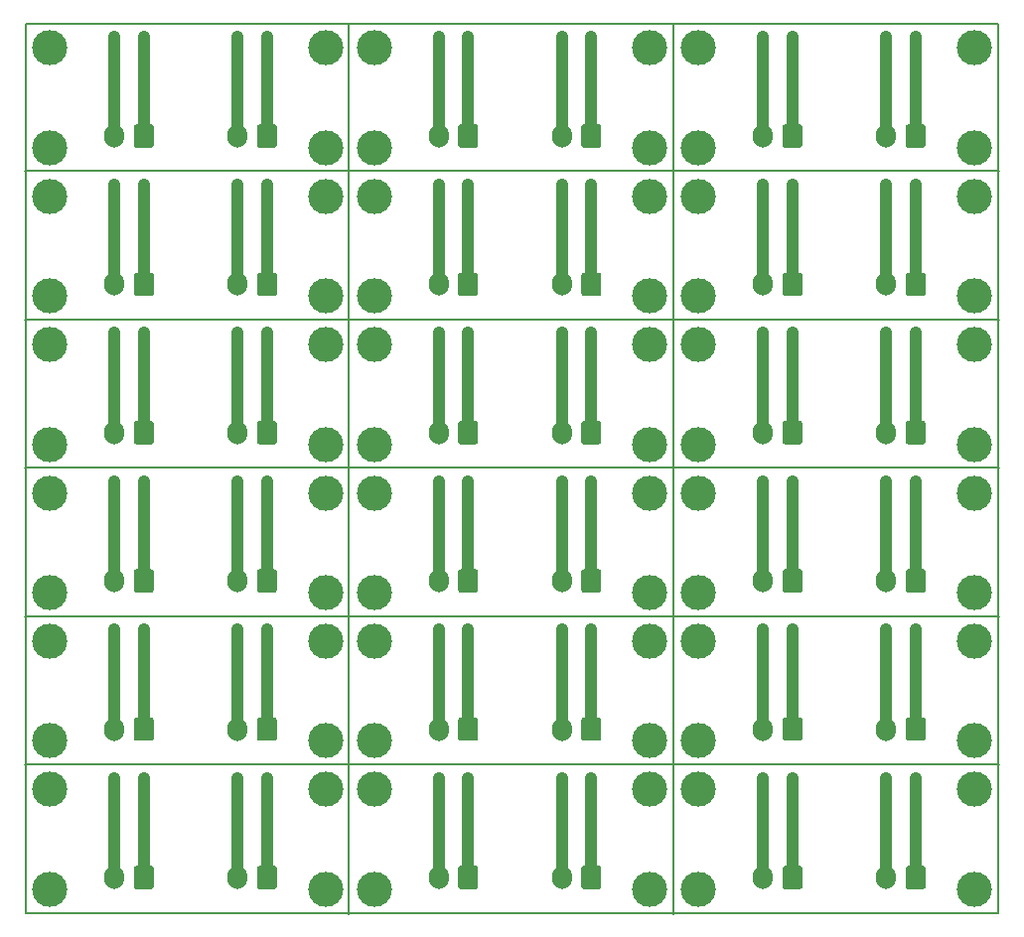
<source format=gtl>
%TF.GenerationSoftware,KiCad,Pcbnew,5.0.2+dfsg1-1*%
%TF.CreationDate,2022-04-03T13:42:16+09:00*%
%TF.ProjectId,JST-mounter_panelized,4a53542d-6d6f-4756-9e74-65725f70616e,rev?*%
%TF.SameCoordinates,Original*%
%TF.FileFunction,Copper,L1,Top*%
%TF.FilePolarity,Positive*%
%FSLAX46Y46*%
G04 Gerber Fmt 4.6, Leading zero omitted, Abs format (unit mm)*
G04 Created by KiCad (PCBNEW 5.0.2+dfsg1-1) date Sun 03 Apr 2022 01:42:16 PM JST*
%MOMM*%
%LPD*%
G01*
G04 APERTURE LIST*
%ADD10C,0.150000*%
%ADD11C,3.000000*%
%ADD12O,1.700000X2.000000*%
%ADD13C,0.100000*%
%ADD14C,1.700000*%
%ADD15C,0.800000*%
%ADD16C,1.000000*%
G04 APERTURE END LIST*
D10*
X137899998Y-117600008D02*
X220900006Y-117600008D01*
X137899998Y-104950006D02*
X220900006Y-104950006D01*
X137899998Y-92300004D02*
X220900006Y-92300004D01*
X137899998Y-79650002D02*
X220900006Y-79650002D01*
X137899998Y-67000000D02*
X220900006Y-67000000D01*
X193150002Y-54399998D02*
X193150002Y-130350012D01*
X165500000Y-54399998D02*
X165500000Y-130350012D01*
X137924999Y-130325011D02*
X137924999Y-54424999D01*
X220875005Y-130325011D02*
X137924999Y-130325011D01*
X220875005Y-54424999D02*
X220875005Y-130325011D01*
X137924999Y-54424999D02*
X220875005Y-54424999D01*
D11*
X218800004Y-119750010D03*
X218800004Y-107100008D03*
X218800004Y-94450006D03*
X218800004Y-81800004D03*
X218800004Y-69150002D03*
X218800004Y-56500000D03*
X191150002Y-119750010D03*
X191150002Y-107100008D03*
X191150002Y-94450006D03*
X191150002Y-81800004D03*
X191150002Y-69150002D03*
X191150002Y-56500000D03*
X163500000Y-119750010D03*
X163500000Y-107100008D03*
X163500000Y-94450006D03*
X163500000Y-81800004D03*
X163500000Y-69150002D03*
X195300004Y-119750010D03*
X195300004Y-107100008D03*
X195300004Y-94450006D03*
X195300004Y-81800004D03*
X195300004Y-69150002D03*
X195300004Y-56500000D03*
X167650002Y-119750010D03*
X167650002Y-107100008D03*
X167650002Y-94450006D03*
X167650002Y-81800004D03*
X167650002Y-69150002D03*
X167650002Y-56500000D03*
X140000000Y-119750010D03*
X140000000Y-107100008D03*
X140000000Y-94450006D03*
X140000000Y-81800004D03*
X140000000Y-69150002D03*
D12*
X211300004Y-127250010D03*
D13*
G36*
X214424508Y-126251214D02*
X214448777Y-126254814D01*
X214472575Y-126260775D01*
X214495675Y-126269040D01*
X214517853Y-126279530D01*
X214538897Y-126292143D01*
X214558602Y-126306757D01*
X214576781Y-126323233D01*
X214593257Y-126341412D01*
X214607871Y-126361117D01*
X214620484Y-126382161D01*
X214630974Y-126404339D01*
X214639239Y-126427439D01*
X214645200Y-126451237D01*
X214648800Y-126475506D01*
X214650004Y-126500010D01*
X214650004Y-128000010D01*
X214648800Y-128024514D01*
X214645200Y-128048783D01*
X214639239Y-128072581D01*
X214630974Y-128095681D01*
X214620484Y-128117859D01*
X214607871Y-128138903D01*
X214593257Y-128158608D01*
X214576781Y-128176787D01*
X214558602Y-128193263D01*
X214538897Y-128207877D01*
X214517853Y-128220490D01*
X214495675Y-128230980D01*
X214472575Y-128239245D01*
X214448777Y-128245206D01*
X214424508Y-128248806D01*
X214400004Y-128250010D01*
X213200004Y-128250010D01*
X213175500Y-128248806D01*
X213151231Y-128245206D01*
X213127433Y-128239245D01*
X213104333Y-128230980D01*
X213082155Y-128220490D01*
X213061111Y-128207877D01*
X213041406Y-128193263D01*
X213023227Y-128176787D01*
X213006751Y-128158608D01*
X212992137Y-128138903D01*
X212979524Y-128117859D01*
X212969034Y-128095681D01*
X212960769Y-128072581D01*
X212954808Y-128048783D01*
X212951208Y-128024514D01*
X212950004Y-128000010D01*
X212950004Y-126500010D01*
X212951208Y-126475506D01*
X212954808Y-126451237D01*
X212960769Y-126427439D01*
X212969034Y-126404339D01*
X212979524Y-126382161D01*
X212992137Y-126361117D01*
X213006751Y-126341412D01*
X213023227Y-126323233D01*
X213041406Y-126306757D01*
X213061111Y-126292143D01*
X213082155Y-126279530D01*
X213104333Y-126269040D01*
X213127433Y-126260775D01*
X213151231Y-126254814D01*
X213175500Y-126251214D01*
X213200004Y-126250010D01*
X214400004Y-126250010D01*
X214424508Y-126251214D01*
X214424508Y-126251214D01*
G37*
D14*
X213800004Y-127250010D03*
D12*
X211300004Y-114600008D03*
D13*
G36*
X214424508Y-113601212D02*
X214448777Y-113604812D01*
X214472575Y-113610773D01*
X214495675Y-113619038D01*
X214517853Y-113629528D01*
X214538897Y-113642141D01*
X214558602Y-113656755D01*
X214576781Y-113673231D01*
X214593257Y-113691410D01*
X214607871Y-113711115D01*
X214620484Y-113732159D01*
X214630974Y-113754337D01*
X214639239Y-113777437D01*
X214645200Y-113801235D01*
X214648800Y-113825504D01*
X214650004Y-113850008D01*
X214650004Y-115350008D01*
X214648800Y-115374512D01*
X214645200Y-115398781D01*
X214639239Y-115422579D01*
X214630974Y-115445679D01*
X214620484Y-115467857D01*
X214607871Y-115488901D01*
X214593257Y-115508606D01*
X214576781Y-115526785D01*
X214558602Y-115543261D01*
X214538897Y-115557875D01*
X214517853Y-115570488D01*
X214495675Y-115580978D01*
X214472575Y-115589243D01*
X214448777Y-115595204D01*
X214424508Y-115598804D01*
X214400004Y-115600008D01*
X213200004Y-115600008D01*
X213175500Y-115598804D01*
X213151231Y-115595204D01*
X213127433Y-115589243D01*
X213104333Y-115580978D01*
X213082155Y-115570488D01*
X213061111Y-115557875D01*
X213041406Y-115543261D01*
X213023227Y-115526785D01*
X213006751Y-115508606D01*
X212992137Y-115488901D01*
X212979524Y-115467857D01*
X212969034Y-115445679D01*
X212960769Y-115422579D01*
X212954808Y-115398781D01*
X212951208Y-115374512D01*
X212950004Y-115350008D01*
X212950004Y-113850008D01*
X212951208Y-113825504D01*
X212954808Y-113801235D01*
X212960769Y-113777437D01*
X212969034Y-113754337D01*
X212979524Y-113732159D01*
X212992137Y-113711115D01*
X213006751Y-113691410D01*
X213023227Y-113673231D01*
X213041406Y-113656755D01*
X213061111Y-113642141D01*
X213082155Y-113629528D01*
X213104333Y-113619038D01*
X213127433Y-113610773D01*
X213151231Y-113604812D01*
X213175500Y-113601212D01*
X213200004Y-113600008D01*
X214400004Y-113600008D01*
X214424508Y-113601212D01*
X214424508Y-113601212D01*
G37*
D14*
X213800004Y-114600008D03*
D12*
X211300004Y-101950006D03*
D13*
G36*
X214424508Y-100951210D02*
X214448777Y-100954810D01*
X214472575Y-100960771D01*
X214495675Y-100969036D01*
X214517853Y-100979526D01*
X214538897Y-100992139D01*
X214558602Y-101006753D01*
X214576781Y-101023229D01*
X214593257Y-101041408D01*
X214607871Y-101061113D01*
X214620484Y-101082157D01*
X214630974Y-101104335D01*
X214639239Y-101127435D01*
X214645200Y-101151233D01*
X214648800Y-101175502D01*
X214650004Y-101200006D01*
X214650004Y-102700006D01*
X214648800Y-102724510D01*
X214645200Y-102748779D01*
X214639239Y-102772577D01*
X214630974Y-102795677D01*
X214620484Y-102817855D01*
X214607871Y-102838899D01*
X214593257Y-102858604D01*
X214576781Y-102876783D01*
X214558602Y-102893259D01*
X214538897Y-102907873D01*
X214517853Y-102920486D01*
X214495675Y-102930976D01*
X214472575Y-102939241D01*
X214448777Y-102945202D01*
X214424508Y-102948802D01*
X214400004Y-102950006D01*
X213200004Y-102950006D01*
X213175500Y-102948802D01*
X213151231Y-102945202D01*
X213127433Y-102939241D01*
X213104333Y-102930976D01*
X213082155Y-102920486D01*
X213061111Y-102907873D01*
X213041406Y-102893259D01*
X213023227Y-102876783D01*
X213006751Y-102858604D01*
X212992137Y-102838899D01*
X212979524Y-102817855D01*
X212969034Y-102795677D01*
X212960769Y-102772577D01*
X212954808Y-102748779D01*
X212951208Y-102724510D01*
X212950004Y-102700006D01*
X212950004Y-101200006D01*
X212951208Y-101175502D01*
X212954808Y-101151233D01*
X212960769Y-101127435D01*
X212969034Y-101104335D01*
X212979524Y-101082157D01*
X212992137Y-101061113D01*
X213006751Y-101041408D01*
X213023227Y-101023229D01*
X213041406Y-101006753D01*
X213061111Y-100992139D01*
X213082155Y-100979526D01*
X213104333Y-100969036D01*
X213127433Y-100960771D01*
X213151231Y-100954810D01*
X213175500Y-100951210D01*
X213200004Y-100950006D01*
X214400004Y-100950006D01*
X214424508Y-100951210D01*
X214424508Y-100951210D01*
G37*
D14*
X213800004Y-101950006D03*
D12*
X211300004Y-89300004D03*
D13*
G36*
X214424508Y-88301208D02*
X214448777Y-88304808D01*
X214472575Y-88310769D01*
X214495675Y-88319034D01*
X214517853Y-88329524D01*
X214538897Y-88342137D01*
X214558602Y-88356751D01*
X214576781Y-88373227D01*
X214593257Y-88391406D01*
X214607871Y-88411111D01*
X214620484Y-88432155D01*
X214630974Y-88454333D01*
X214639239Y-88477433D01*
X214645200Y-88501231D01*
X214648800Y-88525500D01*
X214650004Y-88550004D01*
X214650004Y-90050004D01*
X214648800Y-90074508D01*
X214645200Y-90098777D01*
X214639239Y-90122575D01*
X214630974Y-90145675D01*
X214620484Y-90167853D01*
X214607871Y-90188897D01*
X214593257Y-90208602D01*
X214576781Y-90226781D01*
X214558602Y-90243257D01*
X214538897Y-90257871D01*
X214517853Y-90270484D01*
X214495675Y-90280974D01*
X214472575Y-90289239D01*
X214448777Y-90295200D01*
X214424508Y-90298800D01*
X214400004Y-90300004D01*
X213200004Y-90300004D01*
X213175500Y-90298800D01*
X213151231Y-90295200D01*
X213127433Y-90289239D01*
X213104333Y-90280974D01*
X213082155Y-90270484D01*
X213061111Y-90257871D01*
X213041406Y-90243257D01*
X213023227Y-90226781D01*
X213006751Y-90208602D01*
X212992137Y-90188897D01*
X212979524Y-90167853D01*
X212969034Y-90145675D01*
X212960769Y-90122575D01*
X212954808Y-90098777D01*
X212951208Y-90074508D01*
X212950004Y-90050004D01*
X212950004Y-88550004D01*
X212951208Y-88525500D01*
X212954808Y-88501231D01*
X212960769Y-88477433D01*
X212969034Y-88454333D01*
X212979524Y-88432155D01*
X212992137Y-88411111D01*
X213006751Y-88391406D01*
X213023227Y-88373227D01*
X213041406Y-88356751D01*
X213061111Y-88342137D01*
X213082155Y-88329524D01*
X213104333Y-88319034D01*
X213127433Y-88310769D01*
X213151231Y-88304808D01*
X213175500Y-88301208D01*
X213200004Y-88300004D01*
X214400004Y-88300004D01*
X214424508Y-88301208D01*
X214424508Y-88301208D01*
G37*
D14*
X213800004Y-89300004D03*
D12*
X211300004Y-76650002D03*
D13*
G36*
X214424508Y-75651206D02*
X214448777Y-75654806D01*
X214472575Y-75660767D01*
X214495675Y-75669032D01*
X214517853Y-75679522D01*
X214538897Y-75692135D01*
X214558602Y-75706749D01*
X214576781Y-75723225D01*
X214593257Y-75741404D01*
X214607871Y-75761109D01*
X214620484Y-75782153D01*
X214630974Y-75804331D01*
X214639239Y-75827431D01*
X214645200Y-75851229D01*
X214648800Y-75875498D01*
X214650004Y-75900002D01*
X214650004Y-77400002D01*
X214648800Y-77424506D01*
X214645200Y-77448775D01*
X214639239Y-77472573D01*
X214630974Y-77495673D01*
X214620484Y-77517851D01*
X214607871Y-77538895D01*
X214593257Y-77558600D01*
X214576781Y-77576779D01*
X214558602Y-77593255D01*
X214538897Y-77607869D01*
X214517853Y-77620482D01*
X214495675Y-77630972D01*
X214472575Y-77639237D01*
X214448777Y-77645198D01*
X214424508Y-77648798D01*
X214400004Y-77650002D01*
X213200004Y-77650002D01*
X213175500Y-77648798D01*
X213151231Y-77645198D01*
X213127433Y-77639237D01*
X213104333Y-77630972D01*
X213082155Y-77620482D01*
X213061111Y-77607869D01*
X213041406Y-77593255D01*
X213023227Y-77576779D01*
X213006751Y-77558600D01*
X212992137Y-77538895D01*
X212979524Y-77517851D01*
X212969034Y-77495673D01*
X212960769Y-77472573D01*
X212954808Y-77448775D01*
X212951208Y-77424506D01*
X212950004Y-77400002D01*
X212950004Y-75900002D01*
X212951208Y-75875498D01*
X212954808Y-75851229D01*
X212960769Y-75827431D01*
X212969034Y-75804331D01*
X212979524Y-75782153D01*
X212992137Y-75761109D01*
X213006751Y-75741404D01*
X213023227Y-75723225D01*
X213041406Y-75706749D01*
X213061111Y-75692135D01*
X213082155Y-75679522D01*
X213104333Y-75669032D01*
X213127433Y-75660767D01*
X213151231Y-75654806D01*
X213175500Y-75651206D01*
X213200004Y-75650002D01*
X214400004Y-75650002D01*
X214424508Y-75651206D01*
X214424508Y-75651206D01*
G37*
D14*
X213800004Y-76650002D03*
D12*
X211300004Y-64000000D03*
D13*
G36*
X214424508Y-63001204D02*
X214448777Y-63004804D01*
X214472575Y-63010765D01*
X214495675Y-63019030D01*
X214517853Y-63029520D01*
X214538897Y-63042133D01*
X214558602Y-63056747D01*
X214576781Y-63073223D01*
X214593257Y-63091402D01*
X214607871Y-63111107D01*
X214620484Y-63132151D01*
X214630974Y-63154329D01*
X214639239Y-63177429D01*
X214645200Y-63201227D01*
X214648800Y-63225496D01*
X214650004Y-63250000D01*
X214650004Y-64750000D01*
X214648800Y-64774504D01*
X214645200Y-64798773D01*
X214639239Y-64822571D01*
X214630974Y-64845671D01*
X214620484Y-64867849D01*
X214607871Y-64888893D01*
X214593257Y-64908598D01*
X214576781Y-64926777D01*
X214558602Y-64943253D01*
X214538897Y-64957867D01*
X214517853Y-64970480D01*
X214495675Y-64980970D01*
X214472575Y-64989235D01*
X214448777Y-64995196D01*
X214424508Y-64998796D01*
X214400004Y-65000000D01*
X213200004Y-65000000D01*
X213175500Y-64998796D01*
X213151231Y-64995196D01*
X213127433Y-64989235D01*
X213104333Y-64980970D01*
X213082155Y-64970480D01*
X213061111Y-64957867D01*
X213041406Y-64943253D01*
X213023227Y-64926777D01*
X213006751Y-64908598D01*
X212992137Y-64888893D01*
X212979524Y-64867849D01*
X212969034Y-64845671D01*
X212960769Y-64822571D01*
X212954808Y-64798773D01*
X212951208Y-64774504D01*
X212950004Y-64750000D01*
X212950004Y-63250000D01*
X212951208Y-63225496D01*
X212954808Y-63201227D01*
X212960769Y-63177429D01*
X212969034Y-63154329D01*
X212979524Y-63132151D01*
X212992137Y-63111107D01*
X213006751Y-63091402D01*
X213023227Y-63073223D01*
X213041406Y-63056747D01*
X213061111Y-63042133D01*
X213082155Y-63029520D01*
X213104333Y-63019030D01*
X213127433Y-63010765D01*
X213151231Y-63004804D01*
X213175500Y-63001204D01*
X213200004Y-63000000D01*
X214400004Y-63000000D01*
X214424508Y-63001204D01*
X214424508Y-63001204D01*
G37*
D14*
X213800004Y-64000000D03*
D12*
X183650002Y-127250010D03*
D13*
G36*
X186774506Y-126251214D02*
X186798775Y-126254814D01*
X186822573Y-126260775D01*
X186845673Y-126269040D01*
X186867851Y-126279530D01*
X186888895Y-126292143D01*
X186908600Y-126306757D01*
X186926779Y-126323233D01*
X186943255Y-126341412D01*
X186957869Y-126361117D01*
X186970482Y-126382161D01*
X186980972Y-126404339D01*
X186989237Y-126427439D01*
X186995198Y-126451237D01*
X186998798Y-126475506D01*
X187000002Y-126500010D01*
X187000002Y-128000010D01*
X186998798Y-128024514D01*
X186995198Y-128048783D01*
X186989237Y-128072581D01*
X186980972Y-128095681D01*
X186970482Y-128117859D01*
X186957869Y-128138903D01*
X186943255Y-128158608D01*
X186926779Y-128176787D01*
X186908600Y-128193263D01*
X186888895Y-128207877D01*
X186867851Y-128220490D01*
X186845673Y-128230980D01*
X186822573Y-128239245D01*
X186798775Y-128245206D01*
X186774506Y-128248806D01*
X186750002Y-128250010D01*
X185550002Y-128250010D01*
X185525498Y-128248806D01*
X185501229Y-128245206D01*
X185477431Y-128239245D01*
X185454331Y-128230980D01*
X185432153Y-128220490D01*
X185411109Y-128207877D01*
X185391404Y-128193263D01*
X185373225Y-128176787D01*
X185356749Y-128158608D01*
X185342135Y-128138903D01*
X185329522Y-128117859D01*
X185319032Y-128095681D01*
X185310767Y-128072581D01*
X185304806Y-128048783D01*
X185301206Y-128024514D01*
X185300002Y-128000010D01*
X185300002Y-126500010D01*
X185301206Y-126475506D01*
X185304806Y-126451237D01*
X185310767Y-126427439D01*
X185319032Y-126404339D01*
X185329522Y-126382161D01*
X185342135Y-126361117D01*
X185356749Y-126341412D01*
X185373225Y-126323233D01*
X185391404Y-126306757D01*
X185411109Y-126292143D01*
X185432153Y-126279530D01*
X185454331Y-126269040D01*
X185477431Y-126260775D01*
X185501229Y-126254814D01*
X185525498Y-126251214D01*
X185550002Y-126250010D01*
X186750002Y-126250010D01*
X186774506Y-126251214D01*
X186774506Y-126251214D01*
G37*
D14*
X186150002Y-127250010D03*
D12*
X183650002Y-114600008D03*
D13*
G36*
X186774506Y-113601212D02*
X186798775Y-113604812D01*
X186822573Y-113610773D01*
X186845673Y-113619038D01*
X186867851Y-113629528D01*
X186888895Y-113642141D01*
X186908600Y-113656755D01*
X186926779Y-113673231D01*
X186943255Y-113691410D01*
X186957869Y-113711115D01*
X186970482Y-113732159D01*
X186980972Y-113754337D01*
X186989237Y-113777437D01*
X186995198Y-113801235D01*
X186998798Y-113825504D01*
X187000002Y-113850008D01*
X187000002Y-115350008D01*
X186998798Y-115374512D01*
X186995198Y-115398781D01*
X186989237Y-115422579D01*
X186980972Y-115445679D01*
X186970482Y-115467857D01*
X186957869Y-115488901D01*
X186943255Y-115508606D01*
X186926779Y-115526785D01*
X186908600Y-115543261D01*
X186888895Y-115557875D01*
X186867851Y-115570488D01*
X186845673Y-115580978D01*
X186822573Y-115589243D01*
X186798775Y-115595204D01*
X186774506Y-115598804D01*
X186750002Y-115600008D01*
X185550002Y-115600008D01*
X185525498Y-115598804D01*
X185501229Y-115595204D01*
X185477431Y-115589243D01*
X185454331Y-115580978D01*
X185432153Y-115570488D01*
X185411109Y-115557875D01*
X185391404Y-115543261D01*
X185373225Y-115526785D01*
X185356749Y-115508606D01*
X185342135Y-115488901D01*
X185329522Y-115467857D01*
X185319032Y-115445679D01*
X185310767Y-115422579D01*
X185304806Y-115398781D01*
X185301206Y-115374512D01*
X185300002Y-115350008D01*
X185300002Y-113850008D01*
X185301206Y-113825504D01*
X185304806Y-113801235D01*
X185310767Y-113777437D01*
X185319032Y-113754337D01*
X185329522Y-113732159D01*
X185342135Y-113711115D01*
X185356749Y-113691410D01*
X185373225Y-113673231D01*
X185391404Y-113656755D01*
X185411109Y-113642141D01*
X185432153Y-113629528D01*
X185454331Y-113619038D01*
X185477431Y-113610773D01*
X185501229Y-113604812D01*
X185525498Y-113601212D01*
X185550002Y-113600008D01*
X186750002Y-113600008D01*
X186774506Y-113601212D01*
X186774506Y-113601212D01*
G37*
D14*
X186150002Y-114600008D03*
D12*
X183650002Y-101950006D03*
D13*
G36*
X186774506Y-100951210D02*
X186798775Y-100954810D01*
X186822573Y-100960771D01*
X186845673Y-100969036D01*
X186867851Y-100979526D01*
X186888895Y-100992139D01*
X186908600Y-101006753D01*
X186926779Y-101023229D01*
X186943255Y-101041408D01*
X186957869Y-101061113D01*
X186970482Y-101082157D01*
X186980972Y-101104335D01*
X186989237Y-101127435D01*
X186995198Y-101151233D01*
X186998798Y-101175502D01*
X187000002Y-101200006D01*
X187000002Y-102700006D01*
X186998798Y-102724510D01*
X186995198Y-102748779D01*
X186989237Y-102772577D01*
X186980972Y-102795677D01*
X186970482Y-102817855D01*
X186957869Y-102838899D01*
X186943255Y-102858604D01*
X186926779Y-102876783D01*
X186908600Y-102893259D01*
X186888895Y-102907873D01*
X186867851Y-102920486D01*
X186845673Y-102930976D01*
X186822573Y-102939241D01*
X186798775Y-102945202D01*
X186774506Y-102948802D01*
X186750002Y-102950006D01*
X185550002Y-102950006D01*
X185525498Y-102948802D01*
X185501229Y-102945202D01*
X185477431Y-102939241D01*
X185454331Y-102930976D01*
X185432153Y-102920486D01*
X185411109Y-102907873D01*
X185391404Y-102893259D01*
X185373225Y-102876783D01*
X185356749Y-102858604D01*
X185342135Y-102838899D01*
X185329522Y-102817855D01*
X185319032Y-102795677D01*
X185310767Y-102772577D01*
X185304806Y-102748779D01*
X185301206Y-102724510D01*
X185300002Y-102700006D01*
X185300002Y-101200006D01*
X185301206Y-101175502D01*
X185304806Y-101151233D01*
X185310767Y-101127435D01*
X185319032Y-101104335D01*
X185329522Y-101082157D01*
X185342135Y-101061113D01*
X185356749Y-101041408D01*
X185373225Y-101023229D01*
X185391404Y-101006753D01*
X185411109Y-100992139D01*
X185432153Y-100979526D01*
X185454331Y-100969036D01*
X185477431Y-100960771D01*
X185501229Y-100954810D01*
X185525498Y-100951210D01*
X185550002Y-100950006D01*
X186750002Y-100950006D01*
X186774506Y-100951210D01*
X186774506Y-100951210D01*
G37*
D14*
X186150002Y-101950006D03*
D12*
X183650002Y-89300004D03*
D13*
G36*
X186774506Y-88301208D02*
X186798775Y-88304808D01*
X186822573Y-88310769D01*
X186845673Y-88319034D01*
X186867851Y-88329524D01*
X186888895Y-88342137D01*
X186908600Y-88356751D01*
X186926779Y-88373227D01*
X186943255Y-88391406D01*
X186957869Y-88411111D01*
X186970482Y-88432155D01*
X186980972Y-88454333D01*
X186989237Y-88477433D01*
X186995198Y-88501231D01*
X186998798Y-88525500D01*
X187000002Y-88550004D01*
X187000002Y-90050004D01*
X186998798Y-90074508D01*
X186995198Y-90098777D01*
X186989237Y-90122575D01*
X186980972Y-90145675D01*
X186970482Y-90167853D01*
X186957869Y-90188897D01*
X186943255Y-90208602D01*
X186926779Y-90226781D01*
X186908600Y-90243257D01*
X186888895Y-90257871D01*
X186867851Y-90270484D01*
X186845673Y-90280974D01*
X186822573Y-90289239D01*
X186798775Y-90295200D01*
X186774506Y-90298800D01*
X186750002Y-90300004D01*
X185550002Y-90300004D01*
X185525498Y-90298800D01*
X185501229Y-90295200D01*
X185477431Y-90289239D01*
X185454331Y-90280974D01*
X185432153Y-90270484D01*
X185411109Y-90257871D01*
X185391404Y-90243257D01*
X185373225Y-90226781D01*
X185356749Y-90208602D01*
X185342135Y-90188897D01*
X185329522Y-90167853D01*
X185319032Y-90145675D01*
X185310767Y-90122575D01*
X185304806Y-90098777D01*
X185301206Y-90074508D01*
X185300002Y-90050004D01*
X185300002Y-88550004D01*
X185301206Y-88525500D01*
X185304806Y-88501231D01*
X185310767Y-88477433D01*
X185319032Y-88454333D01*
X185329522Y-88432155D01*
X185342135Y-88411111D01*
X185356749Y-88391406D01*
X185373225Y-88373227D01*
X185391404Y-88356751D01*
X185411109Y-88342137D01*
X185432153Y-88329524D01*
X185454331Y-88319034D01*
X185477431Y-88310769D01*
X185501229Y-88304808D01*
X185525498Y-88301208D01*
X185550002Y-88300004D01*
X186750002Y-88300004D01*
X186774506Y-88301208D01*
X186774506Y-88301208D01*
G37*
D14*
X186150002Y-89300004D03*
D12*
X183650002Y-76650002D03*
D13*
G36*
X186774506Y-75651206D02*
X186798775Y-75654806D01*
X186822573Y-75660767D01*
X186845673Y-75669032D01*
X186867851Y-75679522D01*
X186888895Y-75692135D01*
X186908600Y-75706749D01*
X186926779Y-75723225D01*
X186943255Y-75741404D01*
X186957869Y-75761109D01*
X186970482Y-75782153D01*
X186980972Y-75804331D01*
X186989237Y-75827431D01*
X186995198Y-75851229D01*
X186998798Y-75875498D01*
X187000002Y-75900002D01*
X187000002Y-77400002D01*
X186998798Y-77424506D01*
X186995198Y-77448775D01*
X186989237Y-77472573D01*
X186980972Y-77495673D01*
X186970482Y-77517851D01*
X186957869Y-77538895D01*
X186943255Y-77558600D01*
X186926779Y-77576779D01*
X186908600Y-77593255D01*
X186888895Y-77607869D01*
X186867851Y-77620482D01*
X186845673Y-77630972D01*
X186822573Y-77639237D01*
X186798775Y-77645198D01*
X186774506Y-77648798D01*
X186750002Y-77650002D01*
X185550002Y-77650002D01*
X185525498Y-77648798D01*
X185501229Y-77645198D01*
X185477431Y-77639237D01*
X185454331Y-77630972D01*
X185432153Y-77620482D01*
X185411109Y-77607869D01*
X185391404Y-77593255D01*
X185373225Y-77576779D01*
X185356749Y-77558600D01*
X185342135Y-77538895D01*
X185329522Y-77517851D01*
X185319032Y-77495673D01*
X185310767Y-77472573D01*
X185304806Y-77448775D01*
X185301206Y-77424506D01*
X185300002Y-77400002D01*
X185300002Y-75900002D01*
X185301206Y-75875498D01*
X185304806Y-75851229D01*
X185310767Y-75827431D01*
X185319032Y-75804331D01*
X185329522Y-75782153D01*
X185342135Y-75761109D01*
X185356749Y-75741404D01*
X185373225Y-75723225D01*
X185391404Y-75706749D01*
X185411109Y-75692135D01*
X185432153Y-75679522D01*
X185454331Y-75669032D01*
X185477431Y-75660767D01*
X185501229Y-75654806D01*
X185525498Y-75651206D01*
X185550002Y-75650002D01*
X186750002Y-75650002D01*
X186774506Y-75651206D01*
X186774506Y-75651206D01*
G37*
D14*
X186150002Y-76650002D03*
D12*
X183650002Y-64000000D03*
D13*
G36*
X186774506Y-63001204D02*
X186798775Y-63004804D01*
X186822573Y-63010765D01*
X186845673Y-63019030D01*
X186867851Y-63029520D01*
X186888895Y-63042133D01*
X186908600Y-63056747D01*
X186926779Y-63073223D01*
X186943255Y-63091402D01*
X186957869Y-63111107D01*
X186970482Y-63132151D01*
X186980972Y-63154329D01*
X186989237Y-63177429D01*
X186995198Y-63201227D01*
X186998798Y-63225496D01*
X187000002Y-63250000D01*
X187000002Y-64750000D01*
X186998798Y-64774504D01*
X186995198Y-64798773D01*
X186989237Y-64822571D01*
X186980972Y-64845671D01*
X186970482Y-64867849D01*
X186957869Y-64888893D01*
X186943255Y-64908598D01*
X186926779Y-64926777D01*
X186908600Y-64943253D01*
X186888895Y-64957867D01*
X186867851Y-64970480D01*
X186845673Y-64980970D01*
X186822573Y-64989235D01*
X186798775Y-64995196D01*
X186774506Y-64998796D01*
X186750002Y-65000000D01*
X185550002Y-65000000D01*
X185525498Y-64998796D01*
X185501229Y-64995196D01*
X185477431Y-64989235D01*
X185454331Y-64980970D01*
X185432153Y-64970480D01*
X185411109Y-64957867D01*
X185391404Y-64943253D01*
X185373225Y-64926777D01*
X185356749Y-64908598D01*
X185342135Y-64888893D01*
X185329522Y-64867849D01*
X185319032Y-64845671D01*
X185310767Y-64822571D01*
X185304806Y-64798773D01*
X185301206Y-64774504D01*
X185300002Y-64750000D01*
X185300002Y-63250000D01*
X185301206Y-63225496D01*
X185304806Y-63201227D01*
X185310767Y-63177429D01*
X185319032Y-63154329D01*
X185329522Y-63132151D01*
X185342135Y-63111107D01*
X185356749Y-63091402D01*
X185373225Y-63073223D01*
X185391404Y-63056747D01*
X185411109Y-63042133D01*
X185432153Y-63029520D01*
X185454331Y-63019030D01*
X185477431Y-63010765D01*
X185501229Y-63004804D01*
X185525498Y-63001204D01*
X185550002Y-63000000D01*
X186750002Y-63000000D01*
X186774506Y-63001204D01*
X186774506Y-63001204D01*
G37*
D14*
X186150002Y-64000000D03*
D12*
X156000000Y-127250010D03*
D13*
G36*
X159124504Y-126251214D02*
X159148773Y-126254814D01*
X159172571Y-126260775D01*
X159195671Y-126269040D01*
X159217849Y-126279530D01*
X159238893Y-126292143D01*
X159258598Y-126306757D01*
X159276777Y-126323233D01*
X159293253Y-126341412D01*
X159307867Y-126361117D01*
X159320480Y-126382161D01*
X159330970Y-126404339D01*
X159339235Y-126427439D01*
X159345196Y-126451237D01*
X159348796Y-126475506D01*
X159350000Y-126500010D01*
X159350000Y-128000010D01*
X159348796Y-128024514D01*
X159345196Y-128048783D01*
X159339235Y-128072581D01*
X159330970Y-128095681D01*
X159320480Y-128117859D01*
X159307867Y-128138903D01*
X159293253Y-128158608D01*
X159276777Y-128176787D01*
X159258598Y-128193263D01*
X159238893Y-128207877D01*
X159217849Y-128220490D01*
X159195671Y-128230980D01*
X159172571Y-128239245D01*
X159148773Y-128245206D01*
X159124504Y-128248806D01*
X159100000Y-128250010D01*
X157900000Y-128250010D01*
X157875496Y-128248806D01*
X157851227Y-128245206D01*
X157827429Y-128239245D01*
X157804329Y-128230980D01*
X157782151Y-128220490D01*
X157761107Y-128207877D01*
X157741402Y-128193263D01*
X157723223Y-128176787D01*
X157706747Y-128158608D01*
X157692133Y-128138903D01*
X157679520Y-128117859D01*
X157669030Y-128095681D01*
X157660765Y-128072581D01*
X157654804Y-128048783D01*
X157651204Y-128024514D01*
X157650000Y-128000010D01*
X157650000Y-126500010D01*
X157651204Y-126475506D01*
X157654804Y-126451237D01*
X157660765Y-126427439D01*
X157669030Y-126404339D01*
X157679520Y-126382161D01*
X157692133Y-126361117D01*
X157706747Y-126341412D01*
X157723223Y-126323233D01*
X157741402Y-126306757D01*
X157761107Y-126292143D01*
X157782151Y-126279530D01*
X157804329Y-126269040D01*
X157827429Y-126260775D01*
X157851227Y-126254814D01*
X157875496Y-126251214D01*
X157900000Y-126250010D01*
X159100000Y-126250010D01*
X159124504Y-126251214D01*
X159124504Y-126251214D01*
G37*
D14*
X158500000Y-127250010D03*
D12*
X156000000Y-114600008D03*
D13*
G36*
X159124504Y-113601212D02*
X159148773Y-113604812D01*
X159172571Y-113610773D01*
X159195671Y-113619038D01*
X159217849Y-113629528D01*
X159238893Y-113642141D01*
X159258598Y-113656755D01*
X159276777Y-113673231D01*
X159293253Y-113691410D01*
X159307867Y-113711115D01*
X159320480Y-113732159D01*
X159330970Y-113754337D01*
X159339235Y-113777437D01*
X159345196Y-113801235D01*
X159348796Y-113825504D01*
X159350000Y-113850008D01*
X159350000Y-115350008D01*
X159348796Y-115374512D01*
X159345196Y-115398781D01*
X159339235Y-115422579D01*
X159330970Y-115445679D01*
X159320480Y-115467857D01*
X159307867Y-115488901D01*
X159293253Y-115508606D01*
X159276777Y-115526785D01*
X159258598Y-115543261D01*
X159238893Y-115557875D01*
X159217849Y-115570488D01*
X159195671Y-115580978D01*
X159172571Y-115589243D01*
X159148773Y-115595204D01*
X159124504Y-115598804D01*
X159100000Y-115600008D01*
X157900000Y-115600008D01*
X157875496Y-115598804D01*
X157851227Y-115595204D01*
X157827429Y-115589243D01*
X157804329Y-115580978D01*
X157782151Y-115570488D01*
X157761107Y-115557875D01*
X157741402Y-115543261D01*
X157723223Y-115526785D01*
X157706747Y-115508606D01*
X157692133Y-115488901D01*
X157679520Y-115467857D01*
X157669030Y-115445679D01*
X157660765Y-115422579D01*
X157654804Y-115398781D01*
X157651204Y-115374512D01*
X157650000Y-115350008D01*
X157650000Y-113850008D01*
X157651204Y-113825504D01*
X157654804Y-113801235D01*
X157660765Y-113777437D01*
X157669030Y-113754337D01*
X157679520Y-113732159D01*
X157692133Y-113711115D01*
X157706747Y-113691410D01*
X157723223Y-113673231D01*
X157741402Y-113656755D01*
X157761107Y-113642141D01*
X157782151Y-113629528D01*
X157804329Y-113619038D01*
X157827429Y-113610773D01*
X157851227Y-113604812D01*
X157875496Y-113601212D01*
X157900000Y-113600008D01*
X159100000Y-113600008D01*
X159124504Y-113601212D01*
X159124504Y-113601212D01*
G37*
D14*
X158500000Y-114600008D03*
D12*
X156000000Y-101950006D03*
D13*
G36*
X159124504Y-100951210D02*
X159148773Y-100954810D01*
X159172571Y-100960771D01*
X159195671Y-100969036D01*
X159217849Y-100979526D01*
X159238893Y-100992139D01*
X159258598Y-101006753D01*
X159276777Y-101023229D01*
X159293253Y-101041408D01*
X159307867Y-101061113D01*
X159320480Y-101082157D01*
X159330970Y-101104335D01*
X159339235Y-101127435D01*
X159345196Y-101151233D01*
X159348796Y-101175502D01*
X159350000Y-101200006D01*
X159350000Y-102700006D01*
X159348796Y-102724510D01*
X159345196Y-102748779D01*
X159339235Y-102772577D01*
X159330970Y-102795677D01*
X159320480Y-102817855D01*
X159307867Y-102838899D01*
X159293253Y-102858604D01*
X159276777Y-102876783D01*
X159258598Y-102893259D01*
X159238893Y-102907873D01*
X159217849Y-102920486D01*
X159195671Y-102930976D01*
X159172571Y-102939241D01*
X159148773Y-102945202D01*
X159124504Y-102948802D01*
X159100000Y-102950006D01*
X157900000Y-102950006D01*
X157875496Y-102948802D01*
X157851227Y-102945202D01*
X157827429Y-102939241D01*
X157804329Y-102930976D01*
X157782151Y-102920486D01*
X157761107Y-102907873D01*
X157741402Y-102893259D01*
X157723223Y-102876783D01*
X157706747Y-102858604D01*
X157692133Y-102838899D01*
X157679520Y-102817855D01*
X157669030Y-102795677D01*
X157660765Y-102772577D01*
X157654804Y-102748779D01*
X157651204Y-102724510D01*
X157650000Y-102700006D01*
X157650000Y-101200006D01*
X157651204Y-101175502D01*
X157654804Y-101151233D01*
X157660765Y-101127435D01*
X157669030Y-101104335D01*
X157679520Y-101082157D01*
X157692133Y-101061113D01*
X157706747Y-101041408D01*
X157723223Y-101023229D01*
X157741402Y-101006753D01*
X157761107Y-100992139D01*
X157782151Y-100979526D01*
X157804329Y-100969036D01*
X157827429Y-100960771D01*
X157851227Y-100954810D01*
X157875496Y-100951210D01*
X157900000Y-100950006D01*
X159100000Y-100950006D01*
X159124504Y-100951210D01*
X159124504Y-100951210D01*
G37*
D14*
X158500000Y-101950006D03*
D12*
X156000000Y-89300004D03*
D13*
G36*
X159124504Y-88301208D02*
X159148773Y-88304808D01*
X159172571Y-88310769D01*
X159195671Y-88319034D01*
X159217849Y-88329524D01*
X159238893Y-88342137D01*
X159258598Y-88356751D01*
X159276777Y-88373227D01*
X159293253Y-88391406D01*
X159307867Y-88411111D01*
X159320480Y-88432155D01*
X159330970Y-88454333D01*
X159339235Y-88477433D01*
X159345196Y-88501231D01*
X159348796Y-88525500D01*
X159350000Y-88550004D01*
X159350000Y-90050004D01*
X159348796Y-90074508D01*
X159345196Y-90098777D01*
X159339235Y-90122575D01*
X159330970Y-90145675D01*
X159320480Y-90167853D01*
X159307867Y-90188897D01*
X159293253Y-90208602D01*
X159276777Y-90226781D01*
X159258598Y-90243257D01*
X159238893Y-90257871D01*
X159217849Y-90270484D01*
X159195671Y-90280974D01*
X159172571Y-90289239D01*
X159148773Y-90295200D01*
X159124504Y-90298800D01*
X159100000Y-90300004D01*
X157900000Y-90300004D01*
X157875496Y-90298800D01*
X157851227Y-90295200D01*
X157827429Y-90289239D01*
X157804329Y-90280974D01*
X157782151Y-90270484D01*
X157761107Y-90257871D01*
X157741402Y-90243257D01*
X157723223Y-90226781D01*
X157706747Y-90208602D01*
X157692133Y-90188897D01*
X157679520Y-90167853D01*
X157669030Y-90145675D01*
X157660765Y-90122575D01*
X157654804Y-90098777D01*
X157651204Y-90074508D01*
X157650000Y-90050004D01*
X157650000Y-88550004D01*
X157651204Y-88525500D01*
X157654804Y-88501231D01*
X157660765Y-88477433D01*
X157669030Y-88454333D01*
X157679520Y-88432155D01*
X157692133Y-88411111D01*
X157706747Y-88391406D01*
X157723223Y-88373227D01*
X157741402Y-88356751D01*
X157761107Y-88342137D01*
X157782151Y-88329524D01*
X157804329Y-88319034D01*
X157827429Y-88310769D01*
X157851227Y-88304808D01*
X157875496Y-88301208D01*
X157900000Y-88300004D01*
X159100000Y-88300004D01*
X159124504Y-88301208D01*
X159124504Y-88301208D01*
G37*
D14*
X158500000Y-89300004D03*
D12*
X156000000Y-76650002D03*
D13*
G36*
X159124504Y-75651206D02*
X159148773Y-75654806D01*
X159172571Y-75660767D01*
X159195671Y-75669032D01*
X159217849Y-75679522D01*
X159238893Y-75692135D01*
X159258598Y-75706749D01*
X159276777Y-75723225D01*
X159293253Y-75741404D01*
X159307867Y-75761109D01*
X159320480Y-75782153D01*
X159330970Y-75804331D01*
X159339235Y-75827431D01*
X159345196Y-75851229D01*
X159348796Y-75875498D01*
X159350000Y-75900002D01*
X159350000Y-77400002D01*
X159348796Y-77424506D01*
X159345196Y-77448775D01*
X159339235Y-77472573D01*
X159330970Y-77495673D01*
X159320480Y-77517851D01*
X159307867Y-77538895D01*
X159293253Y-77558600D01*
X159276777Y-77576779D01*
X159258598Y-77593255D01*
X159238893Y-77607869D01*
X159217849Y-77620482D01*
X159195671Y-77630972D01*
X159172571Y-77639237D01*
X159148773Y-77645198D01*
X159124504Y-77648798D01*
X159100000Y-77650002D01*
X157900000Y-77650002D01*
X157875496Y-77648798D01*
X157851227Y-77645198D01*
X157827429Y-77639237D01*
X157804329Y-77630972D01*
X157782151Y-77620482D01*
X157761107Y-77607869D01*
X157741402Y-77593255D01*
X157723223Y-77576779D01*
X157706747Y-77558600D01*
X157692133Y-77538895D01*
X157679520Y-77517851D01*
X157669030Y-77495673D01*
X157660765Y-77472573D01*
X157654804Y-77448775D01*
X157651204Y-77424506D01*
X157650000Y-77400002D01*
X157650000Y-75900002D01*
X157651204Y-75875498D01*
X157654804Y-75851229D01*
X157660765Y-75827431D01*
X157669030Y-75804331D01*
X157679520Y-75782153D01*
X157692133Y-75761109D01*
X157706747Y-75741404D01*
X157723223Y-75723225D01*
X157741402Y-75706749D01*
X157761107Y-75692135D01*
X157782151Y-75679522D01*
X157804329Y-75669032D01*
X157827429Y-75660767D01*
X157851227Y-75654806D01*
X157875496Y-75651206D01*
X157900000Y-75650002D01*
X159100000Y-75650002D01*
X159124504Y-75651206D01*
X159124504Y-75651206D01*
G37*
D14*
X158500000Y-76650002D03*
D12*
X200800004Y-127250010D03*
D13*
G36*
X203924508Y-126251214D02*
X203948777Y-126254814D01*
X203972575Y-126260775D01*
X203995675Y-126269040D01*
X204017853Y-126279530D01*
X204038897Y-126292143D01*
X204058602Y-126306757D01*
X204076781Y-126323233D01*
X204093257Y-126341412D01*
X204107871Y-126361117D01*
X204120484Y-126382161D01*
X204130974Y-126404339D01*
X204139239Y-126427439D01*
X204145200Y-126451237D01*
X204148800Y-126475506D01*
X204150004Y-126500010D01*
X204150004Y-128000010D01*
X204148800Y-128024514D01*
X204145200Y-128048783D01*
X204139239Y-128072581D01*
X204130974Y-128095681D01*
X204120484Y-128117859D01*
X204107871Y-128138903D01*
X204093257Y-128158608D01*
X204076781Y-128176787D01*
X204058602Y-128193263D01*
X204038897Y-128207877D01*
X204017853Y-128220490D01*
X203995675Y-128230980D01*
X203972575Y-128239245D01*
X203948777Y-128245206D01*
X203924508Y-128248806D01*
X203900004Y-128250010D01*
X202700004Y-128250010D01*
X202675500Y-128248806D01*
X202651231Y-128245206D01*
X202627433Y-128239245D01*
X202604333Y-128230980D01*
X202582155Y-128220490D01*
X202561111Y-128207877D01*
X202541406Y-128193263D01*
X202523227Y-128176787D01*
X202506751Y-128158608D01*
X202492137Y-128138903D01*
X202479524Y-128117859D01*
X202469034Y-128095681D01*
X202460769Y-128072581D01*
X202454808Y-128048783D01*
X202451208Y-128024514D01*
X202450004Y-128000010D01*
X202450004Y-126500010D01*
X202451208Y-126475506D01*
X202454808Y-126451237D01*
X202460769Y-126427439D01*
X202469034Y-126404339D01*
X202479524Y-126382161D01*
X202492137Y-126361117D01*
X202506751Y-126341412D01*
X202523227Y-126323233D01*
X202541406Y-126306757D01*
X202561111Y-126292143D01*
X202582155Y-126279530D01*
X202604333Y-126269040D01*
X202627433Y-126260775D01*
X202651231Y-126254814D01*
X202675500Y-126251214D01*
X202700004Y-126250010D01*
X203900004Y-126250010D01*
X203924508Y-126251214D01*
X203924508Y-126251214D01*
G37*
D14*
X203300004Y-127250010D03*
D12*
X200800004Y-114600008D03*
D13*
G36*
X203924508Y-113601212D02*
X203948777Y-113604812D01*
X203972575Y-113610773D01*
X203995675Y-113619038D01*
X204017853Y-113629528D01*
X204038897Y-113642141D01*
X204058602Y-113656755D01*
X204076781Y-113673231D01*
X204093257Y-113691410D01*
X204107871Y-113711115D01*
X204120484Y-113732159D01*
X204130974Y-113754337D01*
X204139239Y-113777437D01*
X204145200Y-113801235D01*
X204148800Y-113825504D01*
X204150004Y-113850008D01*
X204150004Y-115350008D01*
X204148800Y-115374512D01*
X204145200Y-115398781D01*
X204139239Y-115422579D01*
X204130974Y-115445679D01*
X204120484Y-115467857D01*
X204107871Y-115488901D01*
X204093257Y-115508606D01*
X204076781Y-115526785D01*
X204058602Y-115543261D01*
X204038897Y-115557875D01*
X204017853Y-115570488D01*
X203995675Y-115580978D01*
X203972575Y-115589243D01*
X203948777Y-115595204D01*
X203924508Y-115598804D01*
X203900004Y-115600008D01*
X202700004Y-115600008D01*
X202675500Y-115598804D01*
X202651231Y-115595204D01*
X202627433Y-115589243D01*
X202604333Y-115580978D01*
X202582155Y-115570488D01*
X202561111Y-115557875D01*
X202541406Y-115543261D01*
X202523227Y-115526785D01*
X202506751Y-115508606D01*
X202492137Y-115488901D01*
X202479524Y-115467857D01*
X202469034Y-115445679D01*
X202460769Y-115422579D01*
X202454808Y-115398781D01*
X202451208Y-115374512D01*
X202450004Y-115350008D01*
X202450004Y-113850008D01*
X202451208Y-113825504D01*
X202454808Y-113801235D01*
X202460769Y-113777437D01*
X202469034Y-113754337D01*
X202479524Y-113732159D01*
X202492137Y-113711115D01*
X202506751Y-113691410D01*
X202523227Y-113673231D01*
X202541406Y-113656755D01*
X202561111Y-113642141D01*
X202582155Y-113629528D01*
X202604333Y-113619038D01*
X202627433Y-113610773D01*
X202651231Y-113604812D01*
X202675500Y-113601212D01*
X202700004Y-113600008D01*
X203900004Y-113600008D01*
X203924508Y-113601212D01*
X203924508Y-113601212D01*
G37*
D14*
X203300004Y-114600008D03*
D12*
X200800004Y-101950006D03*
D13*
G36*
X203924508Y-100951210D02*
X203948777Y-100954810D01*
X203972575Y-100960771D01*
X203995675Y-100969036D01*
X204017853Y-100979526D01*
X204038897Y-100992139D01*
X204058602Y-101006753D01*
X204076781Y-101023229D01*
X204093257Y-101041408D01*
X204107871Y-101061113D01*
X204120484Y-101082157D01*
X204130974Y-101104335D01*
X204139239Y-101127435D01*
X204145200Y-101151233D01*
X204148800Y-101175502D01*
X204150004Y-101200006D01*
X204150004Y-102700006D01*
X204148800Y-102724510D01*
X204145200Y-102748779D01*
X204139239Y-102772577D01*
X204130974Y-102795677D01*
X204120484Y-102817855D01*
X204107871Y-102838899D01*
X204093257Y-102858604D01*
X204076781Y-102876783D01*
X204058602Y-102893259D01*
X204038897Y-102907873D01*
X204017853Y-102920486D01*
X203995675Y-102930976D01*
X203972575Y-102939241D01*
X203948777Y-102945202D01*
X203924508Y-102948802D01*
X203900004Y-102950006D01*
X202700004Y-102950006D01*
X202675500Y-102948802D01*
X202651231Y-102945202D01*
X202627433Y-102939241D01*
X202604333Y-102930976D01*
X202582155Y-102920486D01*
X202561111Y-102907873D01*
X202541406Y-102893259D01*
X202523227Y-102876783D01*
X202506751Y-102858604D01*
X202492137Y-102838899D01*
X202479524Y-102817855D01*
X202469034Y-102795677D01*
X202460769Y-102772577D01*
X202454808Y-102748779D01*
X202451208Y-102724510D01*
X202450004Y-102700006D01*
X202450004Y-101200006D01*
X202451208Y-101175502D01*
X202454808Y-101151233D01*
X202460769Y-101127435D01*
X202469034Y-101104335D01*
X202479524Y-101082157D01*
X202492137Y-101061113D01*
X202506751Y-101041408D01*
X202523227Y-101023229D01*
X202541406Y-101006753D01*
X202561111Y-100992139D01*
X202582155Y-100979526D01*
X202604333Y-100969036D01*
X202627433Y-100960771D01*
X202651231Y-100954810D01*
X202675500Y-100951210D01*
X202700004Y-100950006D01*
X203900004Y-100950006D01*
X203924508Y-100951210D01*
X203924508Y-100951210D01*
G37*
D14*
X203300004Y-101950006D03*
D12*
X200800004Y-89300004D03*
D13*
G36*
X203924508Y-88301208D02*
X203948777Y-88304808D01*
X203972575Y-88310769D01*
X203995675Y-88319034D01*
X204017853Y-88329524D01*
X204038897Y-88342137D01*
X204058602Y-88356751D01*
X204076781Y-88373227D01*
X204093257Y-88391406D01*
X204107871Y-88411111D01*
X204120484Y-88432155D01*
X204130974Y-88454333D01*
X204139239Y-88477433D01*
X204145200Y-88501231D01*
X204148800Y-88525500D01*
X204150004Y-88550004D01*
X204150004Y-90050004D01*
X204148800Y-90074508D01*
X204145200Y-90098777D01*
X204139239Y-90122575D01*
X204130974Y-90145675D01*
X204120484Y-90167853D01*
X204107871Y-90188897D01*
X204093257Y-90208602D01*
X204076781Y-90226781D01*
X204058602Y-90243257D01*
X204038897Y-90257871D01*
X204017853Y-90270484D01*
X203995675Y-90280974D01*
X203972575Y-90289239D01*
X203948777Y-90295200D01*
X203924508Y-90298800D01*
X203900004Y-90300004D01*
X202700004Y-90300004D01*
X202675500Y-90298800D01*
X202651231Y-90295200D01*
X202627433Y-90289239D01*
X202604333Y-90280974D01*
X202582155Y-90270484D01*
X202561111Y-90257871D01*
X202541406Y-90243257D01*
X202523227Y-90226781D01*
X202506751Y-90208602D01*
X202492137Y-90188897D01*
X202479524Y-90167853D01*
X202469034Y-90145675D01*
X202460769Y-90122575D01*
X202454808Y-90098777D01*
X202451208Y-90074508D01*
X202450004Y-90050004D01*
X202450004Y-88550004D01*
X202451208Y-88525500D01*
X202454808Y-88501231D01*
X202460769Y-88477433D01*
X202469034Y-88454333D01*
X202479524Y-88432155D01*
X202492137Y-88411111D01*
X202506751Y-88391406D01*
X202523227Y-88373227D01*
X202541406Y-88356751D01*
X202561111Y-88342137D01*
X202582155Y-88329524D01*
X202604333Y-88319034D01*
X202627433Y-88310769D01*
X202651231Y-88304808D01*
X202675500Y-88301208D01*
X202700004Y-88300004D01*
X203900004Y-88300004D01*
X203924508Y-88301208D01*
X203924508Y-88301208D01*
G37*
D14*
X203300004Y-89300004D03*
D12*
X200800004Y-76650002D03*
D13*
G36*
X203924508Y-75651206D02*
X203948777Y-75654806D01*
X203972575Y-75660767D01*
X203995675Y-75669032D01*
X204017853Y-75679522D01*
X204038897Y-75692135D01*
X204058602Y-75706749D01*
X204076781Y-75723225D01*
X204093257Y-75741404D01*
X204107871Y-75761109D01*
X204120484Y-75782153D01*
X204130974Y-75804331D01*
X204139239Y-75827431D01*
X204145200Y-75851229D01*
X204148800Y-75875498D01*
X204150004Y-75900002D01*
X204150004Y-77400002D01*
X204148800Y-77424506D01*
X204145200Y-77448775D01*
X204139239Y-77472573D01*
X204130974Y-77495673D01*
X204120484Y-77517851D01*
X204107871Y-77538895D01*
X204093257Y-77558600D01*
X204076781Y-77576779D01*
X204058602Y-77593255D01*
X204038897Y-77607869D01*
X204017853Y-77620482D01*
X203995675Y-77630972D01*
X203972575Y-77639237D01*
X203948777Y-77645198D01*
X203924508Y-77648798D01*
X203900004Y-77650002D01*
X202700004Y-77650002D01*
X202675500Y-77648798D01*
X202651231Y-77645198D01*
X202627433Y-77639237D01*
X202604333Y-77630972D01*
X202582155Y-77620482D01*
X202561111Y-77607869D01*
X202541406Y-77593255D01*
X202523227Y-77576779D01*
X202506751Y-77558600D01*
X202492137Y-77538895D01*
X202479524Y-77517851D01*
X202469034Y-77495673D01*
X202460769Y-77472573D01*
X202454808Y-77448775D01*
X202451208Y-77424506D01*
X202450004Y-77400002D01*
X202450004Y-75900002D01*
X202451208Y-75875498D01*
X202454808Y-75851229D01*
X202460769Y-75827431D01*
X202469034Y-75804331D01*
X202479524Y-75782153D01*
X202492137Y-75761109D01*
X202506751Y-75741404D01*
X202523227Y-75723225D01*
X202541406Y-75706749D01*
X202561111Y-75692135D01*
X202582155Y-75679522D01*
X202604333Y-75669032D01*
X202627433Y-75660767D01*
X202651231Y-75654806D01*
X202675500Y-75651206D01*
X202700004Y-75650002D01*
X203900004Y-75650002D01*
X203924508Y-75651206D01*
X203924508Y-75651206D01*
G37*
D14*
X203300004Y-76650002D03*
D12*
X200800004Y-64000000D03*
D13*
G36*
X203924508Y-63001204D02*
X203948777Y-63004804D01*
X203972575Y-63010765D01*
X203995675Y-63019030D01*
X204017853Y-63029520D01*
X204038897Y-63042133D01*
X204058602Y-63056747D01*
X204076781Y-63073223D01*
X204093257Y-63091402D01*
X204107871Y-63111107D01*
X204120484Y-63132151D01*
X204130974Y-63154329D01*
X204139239Y-63177429D01*
X204145200Y-63201227D01*
X204148800Y-63225496D01*
X204150004Y-63250000D01*
X204150004Y-64750000D01*
X204148800Y-64774504D01*
X204145200Y-64798773D01*
X204139239Y-64822571D01*
X204130974Y-64845671D01*
X204120484Y-64867849D01*
X204107871Y-64888893D01*
X204093257Y-64908598D01*
X204076781Y-64926777D01*
X204058602Y-64943253D01*
X204038897Y-64957867D01*
X204017853Y-64970480D01*
X203995675Y-64980970D01*
X203972575Y-64989235D01*
X203948777Y-64995196D01*
X203924508Y-64998796D01*
X203900004Y-65000000D01*
X202700004Y-65000000D01*
X202675500Y-64998796D01*
X202651231Y-64995196D01*
X202627433Y-64989235D01*
X202604333Y-64980970D01*
X202582155Y-64970480D01*
X202561111Y-64957867D01*
X202541406Y-64943253D01*
X202523227Y-64926777D01*
X202506751Y-64908598D01*
X202492137Y-64888893D01*
X202479524Y-64867849D01*
X202469034Y-64845671D01*
X202460769Y-64822571D01*
X202454808Y-64798773D01*
X202451208Y-64774504D01*
X202450004Y-64750000D01*
X202450004Y-63250000D01*
X202451208Y-63225496D01*
X202454808Y-63201227D01*
X202460769Y-63177429D01*
X202469034Y-63154329D01*
X202479524Y-63132151D01*
X202492137Y-63111107D01*
X202506751Y-63091402D01*
X202523227Y-63073223D01*
X202541406Y-63056747D01*
X202561111Y-63042133D01*
X202582155Y-63029520D01*
X202604333Y-63019030D01*
X202627433Y-63010765D01*
X202651231Y-63004804D01*
X202675500Y-63001204D01*
X202700004Y-63000000D01*
X203900004Y-63000000D01*
X203924508Y-63001204D01*
X203924508Y-63001204D01*
G37*
D14*
X203300004Y-64000000D03*
D12*
X173150002Y-127250010D03*
D13*
G36*
X176274506Y-126251214D02*
X176298775Y-126254814D01*
X176322573Y-126260775D01*
X176345673Y-126269040D01*
X176367851Y-126279530D01*
X176388895Y-126292143D01*
X176408600Y-126306757D01*
X176426779Y-126323233D01*
X176443255Y-126341412D01*
X176457869Y-126361117D01*
X176470482Y-126382161D01*
X176480972Y-126404339D01*
X176489237Y-126427439D01*
X176495198Y-126451237D01*
X176498798Y-126475506D01*
X176500002Y-126500010D01*
X176500002Y-128000010D01*
X176498798Y-128024514D01*
X176495198Y-128048783D01*
X176489237Y-128072581D01*
X176480972Y-128095681D01*
X176470482Y-128117859D01*
X176457869Y-128138903D01*
X176443255Y-128158608D01*
X176426779Y-128176787D01*
X176408600Y-128193263D01*
X176388895Y-128207877D01*
X176367851Y-128220490D01*
X176345673Y-128230980D01*
X176322573Y-128239245D01*
X176298775Y-128245206D01*
X176274506Y-128248806D01*
X176250002Y-128250010D01*
X175050002Y-128250010D01*
X175025498Y-128248806D01*
X175001229Y-128245206D01*
X174977431Y-128239245D01*
X174954331Y-128230980D01*
X174932153Y-128220490D01*
X174911109Y-128207877D01*
X174891404Y-128193263D01*
X174873225Y-128176787D01*
X174856749Y-128158608D01*
X174842135Y-128138903D01*
X174829522Y-128117859D01*
X174819032Y-128095681D01*
X174810767Y-128072581D01*
X174804806Y-128048783D01*
X174801206Y-128024514D01*
X174800002Y-128000010D01*
X174800002Y-126500010D01*
X174801206Y-126475506D01*
X174804806Y-126451237D01*
X174810767Y-126427439D01*
X174819032Y-126404339D01*
X174829522Y-126382161D01*
X174842135Y-126361117D01*
X174856749Y-126341412D01*
X174873225Y-126323233D01*
X174891404Y-126306757D01*
X174911109Y-126292143D01*
X174932153Y-126279530D01*
X174954331Y-126269040D01*
X174977431Y-126260775D01*
X175001229Y-126254814D01*
X175025498Y-126251214D01*
X175050002Y-126250010D01*
X176250002Y-126250010D01*
X176274506Y-126251214D01*
X176274506Y-126251214D01*
G37*
D14*
X175650002Y-127250010D03*
D12*
X173150002Y-114600008D03*
D13*
G36*
X176274506Y-113601212D02*
X176298775Y-113604812D01*
X176322573Y-113610773D01*
X176345673Y-113619038D01*
X176367851Y-113629528D01*
X176388895Y-113642141D01*
X176408600Y-113656755D01*
X176426779Y-113673231D01*
X176443255Y-113691410D01*
X176457869Y-113711115D01*
X176470482Y-113732159D01*
X176480972Y-113754337D01*
X176489237Y-113777437D01*
X176495198Y-113801235D01*
X176498798Y-113825504D01*
X176500002Y-113850008D01*
X176500002Y-115350008D01*
X176498798Y-115374512D01*
X176495198Y-115398781D01*
X176489237Y-115422579D01*
X176480972Y-115445679D01*
X176470482Y-115467857D01*
X176457869Y-115488901D01*
X176443255Y-115508606D01*
X176426779Y-115526785D01*
X176408600Y-115543261D01*
X176388895Y-115557875D01*
X176367851Y-115570488D01*
X176345673Y-115580978D01*
X176322573Y-115589243D01*
X176298775Y-115595204D01*
X176274506Y-115598804D01*
X176250002Y-115600008D01*
X175050002Y-115600008D01*
X175025498Y-115598804D01*
X175001229Y-115595204D01*
X174977431Y-115589243D01*
X174954331Y-115580978D01*
X174932153Y-115570488D01*
X174911109Y-115557875D01*
X174891404Y-115543261D01*
X174873225Y-115526785D01*
X174856749Y-115508606D01*
X174842135Y-115488901D01*
X174829522Y-115467857D01*
X174819032Y-115445679D01*
X174810767Y-115422579D01*
X174804806Y-115398781D01*
X174801206Y-115374512D01*
X174800002Y-115350008D01*
X174800002Y-113850008D01*
X174801206Y-113825504D01*
X174804806Y-113801235D01*
X174810767Y-113777437D01*
X174819032Y-113754337D01*
X174829522Y-113732159D01*
X174842135Y-113711115D01*
X174856749Y-113691410D01*
X174873225Y-113673231D01*
X174891404Y-113656755D01*
X174911109Y-113642141D01*
X174932153Y-113629528D01*
X174954331Y-113619038D01*
X174977431Y-113610773D01*
X175001229Y-113604812D01*
X175025498Y-113601212D01*
X175050002Y-113600008D01*
X176250002Y-113600008D01*
X176274506Y-113601212D01*
X176274506Y-113601212D01*
G37*
D14*
X175650002Y-114600008D03*
D12*
X173150002Y-101950006D03*
D13*
G36*
X176274506Y-100951210D02*
X176298775Y-100954810D01*
X176322573Y-100960771D01*
X176345673Y-100969036D01*
X176367851Y-100979526D01*
X176388895Y-100992139D01*
X176408600Y-101006753D01*
X176426779Y-101023229D01*
X176443255Y-101041408D01*
X176457869Y-101061113D01*
X176470482Y-101082157D01*
X176480972Y-101104335D01*
X176489237Y-101127435D01*
X176495198Y-101151233D01*
X176498798Y-101175502D01*
X176500002Y-101200006D01*
X176500002Y-102700006D01*
X176498798Y-102724510D01*
X176495198Y-102748779D01*
X176489237Y-102772577D01*
X176480972Y-102795677D01*
X176470482Y-102817855D01*
X176457869Y-102838899D01*
X176443255Y-102858604D01*
X176426779Y-102876783D01*
X176408600Y-102893259D01*
X176388895Y-102907873D01*
X176367851Y-102920486D01*
X176345673Y-102930976D01*
X176322573Y-102939241D01*
X176298775Y-102945202D01*
X176274506Y-102948802D01*
X176250002Y-102950006D01*
X175050002Y-102950006D01*
X175025498Y-102948802D01*
X175001229Y-102945202D01*
X174977431Y-102939241D01*
X174954331Y-102930976D01*
X174932153Y-102920486D01*
X174911109Y-102907873D01*
X174891404Y-102893259D01*
X174873225Y-102876783D01*
X174856749Y-102858604D01*
X174842135Y-102838899D01*
X174829522Y-102817855D01*
X174819032Y-102795677D01*
X174810767Y-102772577D01*
X174804806Y-102748779D01*
X174801206Y-102724510D01*
X174800002Y-102700006D01*
X174800002Y-101200006D01*
X174801206Y-101175502D01*
X174804806Y-101151233D01*
X174810767Y-101127435D01*
X174819032Y-101104335D01*
X174829522Y-101082157D01*
X174842135Y-101061113D01*
X174856749Y-101041408D01*
X174873225Y-101023229D01*
X174891404Y-101006753D01*
X174911109Y-100992139D01*
X174932153Y-100979526D01*
X174954331Y-100969036D01*
X174977431Y-100960771D01*
X175001229Y-100954810D01*
X175025498Y-100951210D01*
X175050002Y-100950006D01*
X176250002Y-100950006D01*
X176274506Y-100951210D01*
X176274506Y-100951210D01*
G37*
D14*
X175650002Y-101950006D03*
D12*
X173150002Y-89300004D03*
D13*
G36*
X176274506Y-88301208D02*
X176298775Y-88304808D01*
X176322573Y-88310769D01*
X176345673Y-88319034D01*
X176367851Y-88329524D01*
X176388895Y-88342137D01*
X176408600Y-88356751D01*
X176426779Y-88373227D01*
X176443255Y-88391406D01*
X176457869Y-88411111D01*
X176470482Y-88432155D01*
X176480972Y-88454333D01*
X176489237Y-88477433D01*
X176495198Y-88501231D01*
X176498798Y-88525500D01*
X176500002Y-88550004D01*
X176500002Y-90050004D01*
X176498798Y-90074508D01*
X176495198Y-90098777D01*
X176489237Y-90122575D01*
X176480972Y-90145675D01*
X176470482Y-90167853D01*
X176457869Y-90188897D01*
X176443255Y-90208602D01*
X176426779Y-90226781D01*
X176408600Y-90243257D01*
X176388895Y-90257871D01*
X176367851Y-90270484D01*
X176345673Y-90280974D01*
X176322573Y-90289239D01*
X176298775Y-90295200D01*
X176274506Y-90298800D01*
X176250002Y-90300004D01*
X175050002Y-90300004D01*
X175025498Y-90298800D01*
X175001229Y-90295200D01*
X174977431Y-90289239D01*
X174954331Y-90280974D01*
X174932153Y-90270484D01*
X174911109Y-90257871D01*
X174891404Y-90243257D01*
X174873225Y-90226781D01*
X174856749Y-90208602D01*
X174842135Y-90188897D01*
X174829522Y-90167853D01*
X174819032Y-90145675D01*
X174810767Y-90122575D01*
X174804806Y-90098777D01*
X174801206Y-90074508D01*
X174800002Y-90050004D01*
X174800002Y-88550004D01*
X174801206Y-88525500D01*
X174804806Y-88501231D01*
X174810767Y-88477433D01*
X174819032Y-88454333D01*
X174829522Y-88432155D01*
X174842135Y-88411111D01*
X174856749Y-88391406D01*
X174873225Y-88373227D01*
X174891404Y-88356751D01*
X174911109Y-88342137D01*
X174932153Y-88329524D01*
X174954331Y-88319034D01*
X174977431Y-88310769D01*
X175001229Y-88304808D01*
X175025498Y-88301208D01*
X175050002Y-88300004D01*
X176250002Y-88300004D01*
X176274506Y-88301208D01*
X176274506Y-88301208D01*
G37*
D14*
X175650002Y-89300004D03*
D12*
X173150002Y-76650002D03*
D13*
G36*
X176274506Y-75651206D02*
X176298775Y-75654806D01*
X176322573Y-75660767D01*
X176345673Y-75669032D01*
X176367851Y-75679522D01*
X176388895Y-75692135D01*
X176408600Y-75706749D01*
X176426779Y-75723225D01*
X176443255Y-75741404D01*
X176457869Y-75761109D01*
X176470482Y-75782153D01*
X176480972Y-75804331D01*
X176489237Y-75827431D01*
X176495198Y-75851229D01*
X176498798Y-75875498D01*
X176500002Y-75900002D01*
X176500002Y-77400002D01*
X176498798Y-77424506D01*
X176495198Y-77448775D01*
X176489237Y-77472573D01*
X176480972Y-77495673D01*
X176470482Y-77517851D01*
X176457869Y-77538895D01*
X176443255Y-77558600D01*
X176426779Y-77576779D01*
X176408600Y-77593255D01*
X176388895Y-77607869D01*
X176367851Y-77620482D01*
X176345673Y-77630972D01*
X176322573Y-77639237D01*
X176298775Y-77645198D01*
X176274506Y-77648798D01*
X176250002Y-77650002D01*
X175050002Y-77650002D01*
X175025498Y-77648798D01*
X175001229Y-77645198D01*
X174977431Y-77639237D01*
X174954331Y-77630972D01*
X174932153Y-77620482D01*
X174911109Y-77607869D01*
X174891404Y-77593255D01*
X174873225Y-77576779D01*
X174856749Y-77558600D01*
X174842135Y-77538895D01*
X174829522Y-77517851D01*
X174819032Y-77495673D01*
X174810767Y-77472573D01*
X174804806Y-77448775D01*
X174801206Y-77424506D01*
X174800002Y-77400002D01*
X174800002Y-75900002D01*
X174801206Y-75875498D01*
X174804806Y-75851229D01*
X174810767Y-75827431D01*
X174819032Y-75804331D01*
X174829522Y-75782153D01*
X174842135Y-75761109D01*
X174856749Y-75741404D01*
X174873225Y-75723225D01*
X174891404Y-75706749D01*
X174911109Y-75692135D01*
X174932153Y-75679522D01*
X174954331Y-75669032D01*
X174977431Y-75660767D01*
X175001229Y-75654806D01*
X175025498Y-75651206D01*
X175050002Y-75650002D01*
X176250002Y-75650002D01*
X176274506Y-75651206D01*
X176274506Y-75651206D01*
G37*
D14*
X175650002Y-76650002D03*
D12*
X173150002Y-64000000D03*
D13*
G36*
X176274506Y-63001204D02*
X176298775Y-63004804D01*
X176322573Y-63010765D01*
X176345673Y-63019030D01*
X176367851Y-63029520D01*
X176388895Y-63042133D01*
X176408600Y-63056747D01*
X176426779Y-63073223D01*
X176443255Y-63091402D01*
X176457869Y-63111107D01*
X176470482Y-63132151D01*
X176480972Y-63154329D01*
X176489237Y-63177429D01*
X176495198Y-63201227D01*
X176498798Y-63225496D01*
X176500002Y-63250000D01*
X176500002Y-64750000D01*
X176498798Y-64774504D01*
X176495198Y-64798773D01*
X176489237Y-64822571D01*
X176480972Y-64845671D01*
X176470482Y-64867849D01*
X176457869Y-64888893D01*
X176443255Y-64908598D01*
X176426779Y-64926777D01*
X176408600Y-64943253D01*
X176388895Y-64957867D01*
X176367851Y-64970480D01*
X176345673Y-64980970D01*
X176322573Y-64989235D01*
X176298775Y-64995196D01*
X176274506Y-64998796D01*
X176250002Y-65000000D01*
X175050002Y-65000000D01*
X175025498Y-64998796D01*
X175001229Y-64995196D01*
X174977431Y-64989235D01*
X174954331Y-64980970D01*
X174932153Y-64970480D01*
X174911109Y-64957867D01*
X174891404Y-64943253D01*
X174873225Y-64926777D01*
X174856749Y-64908598D01*
X174842135Y-64888893D01*
X174829522Y-64867849D01*
X174819032Y-64845671D01*
X174810767Y-64822571D01*
X174804806Y-64798773D01*
X174801206Y-64774504D01*
X174800002Y-64750000D01*
X174800002Y-63250000D01*
X174801206Y-63225496D01*
X174804806Y-63201227D01*
X174810767Y-63177429D01*
X174819032Y-63154329D01*
X174829522Y-63132151D01*
X174842135Y-63111107D01*
X174856749Y-63091402D01*
X174873225Y-63073223D01*
X174891404Y-63056747D01*
X174911109Y-63042133D01*
X174932153Y-63029520D01*
X174954331Y-63019030D01*
X174977431Y-63010765D01*
X175001229Y-63004804D01*
X175025498Y-63001204D01*
X175050002Y-63000000D01*
X176250002Y-63000000D01*
X176274506Y-63001204D01*
X176274506Y-63001204D01*
G37*
D14*
X175650002Y-64000000D03*
D12*
X145500000Y-127250010D03*
D13*
G36*
X148624504Y-126251214D02*
X148648773Y-126254814D01*
X148672571Y-126260775D01*
X148695671Y-126269040D01*
X148717849Y-126279530D01*
X148738893Y-126292143D01*
X148758598Y-126306757D01*
X148776777Y-126323233D01*
X148793253Y-126341412D01*
X148807867Y-126361117D01*
X148820480Y-126382161D01*
X148830970Y-126404339D01*
X148839235Y-126427439D01*
X148845196Y-126451237D01*
X148848796Y-126475506D01*
X148850000Y-126500010D01*
X148850000Y-128000010D01*
X148848796Y-128024514D01*
X148845196Y-128048783D01*
X148839235Y-128072581D01*
X148830970Y-128095681D01*
X148820480Y-128117859D01*
X148807867Y-128138903D01*
X148793253Y-128158608D01*
X148776777Y-128176787D01*
X148758598Y-128193263D01*
X148738893Y-128207877D01*
X148717849Y-128220490D01*
X148695671Y-128230980D01*
X148672571Y-128239245D01*
X148648773Y-128245206D01*
X148624504Y-128248806D01*
X148600000Y-128250010D01*
X147400000Y-128250010D01*
X147375496Y-128248806D01*
X147351227Y-128245206D01*
X147327429Y-128239245D01*
X147304329Y-128230980D01*
X147282151Y-128220490D01*
X147261107Y-128207877D01*
X147241402Y-128193263D01*
X147223223Y-128176787D01*
X147206747Y-128158608D01*
X147192133Y-128138903D01*
X147179520Y-128117859D01*
X147169030Y-128095681D01*
X147160765Y-128072581D01*
X147154804Y-128048783D01*
X147151204Y-128024514D01*
X147150000Y-128000010D01*
X147150000Y-126500010D01*
X147151204Y-126475506D01*
X147154804Y-126451237D01*
X147160765Y-126427439D01*
X147169030Y-126404339D01*
X147179520Y-126382161D01*
X147192133Y-126361117D01*
X147206747Y-126341412D01*
X147223223Y-126323233D01*
X147241402Y-126306757D01*
X147261107Y-126292143D01*
X147282151Y-126279530D01*
X147304329Y-126269040D01*
X147327429Y-126260775D01*
X147351227Y-126254814D01*
X147375496Y-126251214D01*
X147400000Y-126250010D01*
X148600000Y-126250010D01*
X148624504Y-126251214D01*
X148624504Y-126251214D01*
G37*
D14*
X148000000Y-127250010D03*
D12*
X145500000Y-114600008D03*
D13*
G36*
X148624504Y-113601212D02*
X148648773Y-113604812D01*
X148672571Y-113610773D01*
X148695671Y-113619038D01*
X148717849Y-113629528D01*
X148738893Y-113642141D01*
X148758598Y-113656755D01*
X148776777Y-113673231D01*
X148793253Y-113691410D01*
X148807867Y-113711115D01*
X148820480Y-113732159D01*
X148830970Y-113754337D01*
X148839235Y-113777437D01*
X148845196Y-113801235D01*
X148848796Y-113825504D01*
X148850000Y-113850008D01*
X148850000Y-115350008D01*
X148848796Y-115374512D01*
X148845196Y-115398781D01*
X148839235Y-115422579D01*
X148830970Y-115445679D01*
X148820480Y-115467857D01*
X148807867Y-115488901D01*
X148793253Y-115508606D01*
X148776777Y-115526785D01*
X148758598Y-115543261D01*
X148738893Y-115557875D01*
X148717849Y-115570488D01*
X148695671Y-115580978D01*
X148672571Y-115589243D01*
X148648773Y-115595204D01*
X148624504Y-115598804D01*
X148600000Y-115600008D01*
X147400000Y-115600008D01*
X147375496Y-115598804D01*
X147351227Y-115595204D01*
X147327429Y-115589243D01*
X147304329Y-115580978D01*
X147282151Y-115570488D01*
X147261107Y-115557875D01*
X147241402Y-115543261D01*
X147223223Y-115526785D01*
X147206747Y-115508606D01*
X147192133Y-115488901D01*
X147179520Y-115467857D01*
X147169030Y-115445679D01*
X147160765Y-115422579D01*
X147154804Y-115398781D01*
X147151204Y-115374512D01*
X147150000Y-115350008D01*
X147150000Y-113850008D01*
X147151204Y-113825504D01*
X147154804Y-113801235D01*
X147160765Y-113777437D01*
X147169030Y-113754337D01*
X147179520Y-113732159D01*
X147192133Y-113711115D01*
X147206747Y-113691410D01*
X147223223Y-113673231D01*
X147241402Y-113656755D01*
X147261107Y-113642141D01*
X147282151Y-113629528D01*
X147304329Y-113619038D01*
X147327429Y-113610773D01*
X147351227Y-113604812D01*
X147375496Y-113601212D01*
X147400000Y-113600008D01*
X148600000Y-113600008D01*
X148624504Y-113601212D01*
X148624504Y-113601212D01*
G37*
D14*
X148000000Y-114600008D03*
D12*
X145500000Y-101950006D03*
D13*
G36*
X148624504Y-100951210D02*
X148648773Y-100954810D01*
X148672571Y-100960771D01*
X148695671Y-100969036D01*
X148717849Y-100979526D01*
X148738893Y-100992139D01*
X148758598Y-101006753D01*
X148776777Y-101023229D01*
X148793253Y-101041408D01*
X148807867Y-101061113D01*
X148820480Y-101082157D01*
X148830970Y-101104335D01*
X148839235Y-101127435D01*
X148845196Y-101151233D01*
X148848796Y-101175502D01*
X148850000Y-101200006D01*
X148850000Y-102700006D01*
X148848796Y-102724510D01*
X148845196Y-102748779D01*
X148839235Y-102772577D01*
X148830970Y-102795677D01*
X148820480Y-102817855D01*
X148807867Y-102838899D01*
X148793253Y-102858604D01*
X148776777Y-102876783D01*
X148758598Y-102893259D01*
X148738893Y-102907873D01*
X148717849Y-102920486D01*
X148695671Y-102930976D01*
X148672571Y-102939241D01*
X148648773Y-102945202D01*
X148624504Y-102948802D01*
X148600000Y-102950006D01*
X147400000Y-102950006D01*
X147375496Y-102948802D01*
X147351227Y-102945202D01*
X147327429Y-102939241D01*
X147304329Y-102930976D01*
X147282151Y-102920486D01*
X147261107Y-102907873D01*
X147241402Y-102893259D01*
X147223223Y-102876783D01*
X147206747Y-102858604D01*
X147192133Y-102838899D01*
X147179520Y-102817855D01*
X147169030Y-102795677D01*
X147160765Y-102772577D01*
X147154804Y-102748779D01*
X147151204Y-102724510D01*
X147150000Y-102700006D01*
X147150000Y-101200006D01*
X147151204Y-101175502D01*
X147154804Y-101151233D01*
X147160765Y-101127435D01*
X147169030Y-101104335D01*
X147179520Y-101082157D01*
X147192133Y-101061113D01*
X147206747Y-101041408D01*
X147223223Y-101023229D01*
X147241402Y-101006753D01*
X147261107Y-100992139D01*
X147282151Y-100979526D01*
X147304329Y-100969036D01*
X147327429Y-100960771D01*
X147351227Y-100954810D01*
X147375496Y-100951210D01*
X147400000Y-100950006D01*
X148600000Y-100950006D01*
X148624504Y-100951210D01*
X148624504Y-100951210D01*
G37*
D14*
X148000000Y-101950006D03*
D12*
X145500000Y-89300004D03*
D13*
G36*
X148624504Y-88301208D02*
X148648773Y-88304808D01*
X148672571Y-88310769D01*
X148695671Y-88319034D01*
X148717849Y-88329524D01*
X148738893Y-88342137D01*
X148758598Y-88356751D01*
X148776777Y-88373227D01*
X148793253Y-88391406D01*
X148807867Y-88411111D01*
X148820480Y-88432155D01*
X148830970Y-88454333D01*
X148839235Y-88477433D01*
X148845196Y-88501231D01*
X148848796Y-88525500D01*
X148850000Y-88550004D01*
X148850000Y-90050004D01*
X148848796Y-90074508D01*
X148845196Y-90098777D01*
X148839235Y-90122575D01*
X148830970Y-90145675D01*
X148820480Y-90167853D01*
X148807867Y-90188897D01*
X148793253Y-90208602D01*
X148776777Y-90226781D01*
X148758598Y-90243257D01*
X148738893Y-90257871D01*
X148717849Y-90270484D01*
X148695671Y-90280974D01*
X148672571Y-90289239D01*
X148648773Y-90295200D01*
X148624504Y-90298800D01*
X148600000Y-90300004D01*
X147400000Y-90300004D01*
X147375496Y-90298800D01*
X147351227Y-90295200D01*
X147327429Y-90289239D01*
X147304329Y-90280974D01*
X147282151Y-90270484D01*
X147261107Y-90257871D01*
X147241402Y-90243257D01*
X147223223Y-90226781D01*
X147206747Y-90208602D01*
X147192133Y-90188897D01*
X147179520Y-90167853D01*
X147169030Y-90145675D01*
X147160765Y-90122575D01*
X147154804Y-90098777D01*
X147151204Y-90074508D01*
X147150000Y-90050004D01*
X147150000Y-88550004D01*
X147151204Y-88525500D01*
X147154804Y-88501231D01*
X147160765Y-88477433D01*
X147169030Y-88454333D01*
X147179520Y-88432155D01*
X147192133Y-88411111D01*
X147206747Y-88391406D01*
X147223223Y-88373227D01*
X147241402Y-88356751D01*
X147261107Y-88342137D01*
X147282151Y-88329524D01*
X147304329Y-88319034D01*
X147327429Y-88310769D01*
X147351227Y-88304808D01*
X147375496Y-88301208D01*
X147400000Y-88300004D01*
X148600000Y-88300004D01*
X148624504Y-88301208D01*
X148624504Y-88301208D01*
G37*
D14*
X148000000Y-89300004D03*
D12*
X145500000Y-76650002D03*
D13*
G36*
X148624504Y-75651206D02*
X148648773Y-75654806D01*
X148672571Y-75660767D01*
X148695671Y-75669032D01*
X148717849Y-75679522D01*
X148738893Y-75692135D01*
X148758598Y-75706749D01*
X148776777Y-75723225D01*
X148793253Y-75741404D01*
X148807867Y-75761109D01*
X148820480Y-75782153D01*
X148830970Y-75804331D01*
X148839235Y-75827431D01*
X148845196Y-75851229D01*
X148848796Y-75875498D01*
X148850000Y-75900002D01*
X148850000Y-77400002D01*
X148848796Y-77424506D01*
X148845196Y-77448775D01*
X148839235Y-77472573D01*
X148830970Y-77495673D01*
X148820480Y-77517851D01*
X148807867Y-77538895D01*
X148793253Y-77558600D01*
X148776777Y-77576779D01*
X148758598Y-77593255D01*
X148738893Y-77607869D01*
X148717849Y-77620482D01*
X148695671Y-77630972D01*
X148672571Y-77639237D01*
X148648773Y-77645198D01*
X148624504Y-77648798D01*
X148600000Y-77650002D01*
X147400000Y-77650002D01*
X147375496Y-77648798D01*
X147351227Y-77645198D01*
X147327429Y-77639237D01*
X147304329Y-77630972D01*
X147282151Y-77620482D01*
X147261107Y-77607869D01*
X147241402Y-77593255D01*
X147223223Y-77576779D01*
X147206747Y-77558600D01*
X147192133Y-77538895D01*
X147179520Y-77517851D01*
X147169030Y-77495673D01*
X147160765Y-77472573D01*
X147154804Y-77448775D01*
X147151204Y-77424506D01*
X147150000Y-77400002D01*
X147150000Y-75900002D01*
X147151204Y-75875498D01*
X147154804Y-75851229D01*
X147160765Y-75827431D01*
X147169030Y-75804331D01*
X147179520Y-75782153D01*
X147192133Y-75761109D01*
X147206747Y-75741404D01*
X147223223Y-75723225D01*
X147241402Y-75706749D01*
X147261107Y-75692135D01*
X147282151Y-75679522D01*
X147304329Y-75669032D01*
X147327429Y-75660767D01*
X147351227Y-75654806D01*
X147375496Y-75651206D01*
X147400000Y-75650002D01*
X148600000Y-75650002D01*
X148624504Y-75651206D01*
X148624504Y-75651206D01*
G37*
D14*
X148000000Y-76650002D03*
D11*
X218800004Y-128250010D03*
X218800004Y-115600008D03*
X218800004Y-102950006D03*
X218800004Y-90300004D03*
X218800004Y-77650002D03*
X218800004Y-65000000D03*
X191150002Y-128250010D03*
X191150002Y-115600008D03*
X191150002Y-102950006D03*
X191150002Y-90300004D03*
X191150002Y-77650002D03*
X191150002Y-65000000D03*
X163500000Y-128250010D03*
X163500000Y-115600008D03*
X163500000Y-102950006D03*
X163500000Y-90300004D03*
X163500000Y-77650002D03*
X195300004Y-128250010D03*
X195300004Y-115600008D03*
X195300004Y-102950006D03*
X195300004Y-90300004D03*
X195300004Y-77650002D03*
X195300004Y-65000000D03*
X167650002Y-128250010D03*
X167650002Y-115600008D03*
X167650002Y-102950006D03*
X167650002Y-90300004D03*
X167650002Y-77650002D03*
X167650002Y-65000000D03*
X140000000Y-128250010D03*
X140000000Y-115600008D03*
X140000000Y-102950006D03*
X140000000Y-90300004D03*
X140000000Y-77650002D03*
X140000000Y-65000000D03*
X163500000Y-65000000D03*
D13*
G36*
X148624504Y-63001204D02*
X148648773Y-63004804D01*
X148672571Y-63010765D01*
X148695671Y-63019030D01*
X148717849Y-63029520D01*
X148738893Y-63042133D01*
X148758598Y-63056747D01*
X148776777Y-63073223D01*
X148793253Y-63091402D01*
X148807867Y-63111107D01*
X148820480Y-63132151D01*
X148830970Y-63154329D01*
X148839235Y-63177429D01*
X148845196Y-63201227D01*
X148848796Y-63225496D01*
X148850000Y-63250000D01*
X148850000Y-64750000D01*
X148848796Y-64774504D01*
X148845196Y-64798773D01*
X148839235Y-64822571D01*
X148830970Y-64845671D01*
X148820480Y-64867849D01*
X148807867Y-64888893D01*
X148793253Y-64908598D01*
X148776777Y-64926777D01*
X148758598Y-64943253D01*
X148738893Y-64957867D01*
X148717849Y-64970480D01*
X148695671Y-64980970D01*
X148672571Y-64989235D01*
X148648773Y-64995196D01*
X148624504Y-64998796D01*
X148600000Y-65000000D01*
X147400000Y-65000000D01*
X147375496Y-64998796D01*
X147351227Y-64995196D01*
X147327429Y-64989235D01*
X147304329Y-64980970D01*
X147282151Y-64970480D01*
X147261107Y-64957867D01*
X147241402Y-64943253D01*
X147223223Y-64926777D01*
X147206747Y-64908598D01*
X147192133Y-64888893D01*
X147179520Y-64867849D01*
X147169030Y-64845671D01*
X147160765Y-64822571D01*
X147154804Y-64798773D01*
X147151204Y-64774504D01*
X147150000Y-64750000D01*
X147150000Y-63250000D01*
X147151204Y-63225496D01*
X147154804Y-63201227D01*
X147160765Y-63177429D01*
X147169030Y-63154329D01*
X147179520Y-63132151D01*
X147192133Y-63111107D01*
X147206747Y-63091402D01*
X147223223Y-63073223D01*
X147241402Y-63056747D01*
X147261107Y-63042133D01*
X147282151Y-63029520D01*
X147304329Y-63019030D01*
X147327429Y-63010765D01*
X147351227Y-63004804D01*
X147375496Y-63001204D01*
X147400000Y-63000000D01*
X148600000Y-63000000D01*
X148624504Y-63001204D01*
X148624504Y-63001204D01*
G37*
D14*
X148000000Y-64000000D03*
D12*
X145500000Y-64000000D03*
D13*
G36*
X159124504Y-63001204D02*
X159148773Y-63004804D01*
X159172571Y-63010765D01*
X159195671Y-63019030D01*
X159217849Y-63029520D01*
X159238893Y-63042133D01*
X159258598Y-63056747D01*
X159276777Y-63073223D01*
X159293253Y-63091402D01*
X159307867Y-63111107D01*
X159320480Y-63132151D01*
X159330970Y-63154329D01*
X159339235Y-63177429D01*
X159345196Y-63201227D01*
X159348796Y-63225496D01*
X159350000Y-63250000D01*
X159350000Y-64750000D01*
X159348796Y-64774504D01*
X159345196Y-64798773D01*
X159339235Y-64822571D01*
X159330970Y-64845671D01*
X159320480Y-64867849D01*
X159307867Y-64888893D01*
X159293253Y-64908598D01*
X159276777Y-64926777D01*
X159258598Y-64943253D01*
X159238893Y-64957867D01*
X159217849Y-64970480D01*
X159195671Y-64980970D01*
X159172571Y-64989235D01*
X159148773Y-64995196D01*
X159124504Y-64998796D01*
X159100000Y-65000000D01*
X157900000Y-65000000D01*
X157875496Y-64998796D01*
X157851227Y-64995196D01*
X157827429Y-64989235D01*
X157804329Y-64980970D01*
X157782151Y-64970480D01*
X157761107Y-64957867D01*
X157741402Y-64943253D01*
X157723223Y-64926777D01*
X157706747Y-64908598D01*
X157692133Y-64888893D01*
X157679520Y-64867849D01*
X157669030Y-64845671D01*
X157660765Y-64822571D01*
X157654804Y-64798773D01*
X157651204Y-64774504D01*
X157650000Y-64750000D01*
X157650000Y-63250000D01*
X157651204Y-63225496D01*
X157654804Y-63201227D01*
X157660765Y-63177429D01*
X157669030Y-63154329D01*
X157679520Y-63132151D01*
X157692133Y-63111107D01*
X157706747Y-63091402D01*
X157723223Y-63073223D01*
X157741402Y-63056747D01*
X157761107Y-63042133D01*
X157782151Y-63029520D01*
X157804329Y-63019030D01*
X157827429Y-63010765D01*
X157851227Y-63004804D01*
X157875496Y-63001204D01*
X157900000Y-63000000D01*
X159100000Y-63000000D01*
X159124504Y-63001204D01*
X159124504Y-63001204D01*
G37*
D14*
X158500000Y-64000000D03*
D12*
X156000000Y-64000000D03*
D11*
X140000000Y-56500000D03*
X163500000Y-56500000D03*
D15*
X148000000Y-55500000D03*
X148000000Y-57040000D03*
X148000000Y-58500000D03*
X148000000Y-68150002D03*
X148000000Y-80800004D03*
X148000000Y-93450006D03*
X148000000Y-106100008D03*
X148000000Y-118750010D03*
X175650002Y-55500000D03*
X175650002Y-68150002D03*
X175650002Y-80800004D03*
X175650002Y-93450006D03*
X175650002Y-106100008D03*
X175650002Y-118750010D03*
X203300004Y-55500000D03*
X203300004Y-68150002D03*
X203300004Y-80800004D03*
X203300004Y-93450006D03*
X203300004Y-106100008D03*
X203300004Y-118750010D03*
X148000000Y-69690002D03*
X148000000Y-82340004D03*
X148000000Y-94990006D03*
X148000000Y-107640008D03*
X148000000Y-120290010D03*
X175650002Y-57040000D03*
X175650002Y-69690002D03*
X175650002Y-82340004D03*
X175650002Y-94990006D03*
X175650002Y-107640008D03*
X175650002Y-120290010D03*
X203300004Y-57040000D03*
X203300004Y-69690002D03*
X203300004Y-82340004D03*
X203300004Y-94990006D03*
X203300004Y-107640008D03*
X203300004Y-120290010D03*
X148000000Y-71150002D03*
X148000000Y-83800004D03*
X148000000Y-96450006D03*
X148000000Y-109100008D03*
X148000000Y-121750010D03*
X175650002Y-58500000D03*
X175650002Y-71150002D03*
X175650002Y-83800004D03*
X175650002Y-96450006D03*
X175650002Y-109100008D03*
X175650002Y-121750010D03*
X203300004Y-58500000D03*
X203300004Y-71150002D03*
X203300004Y-83800004D03*
X203300004Y-96450006D03*
X203300004Y-109100008D03*
X203300004Y-121750010D03*
X145500000Y-55500000D03*
X145500000Y-57040000D03*
X145500000Y-58500000D03*
X145500000Y-68150002D03*
X145500000Y-80800004D03*
X145500000Y-93450006D03*
X145500000Y-106100008D03*
X145500000Y-118750010D03*
X173150002Y-55500000D03*
X173150002Y-68150002D03*
X173150002Y-80800004D03*
X173150002Y-93450006D03*
X173150002Y-106100008D03*
X173150002Y-118750010D03*
X200800004Y-55500000D03*
X200800004Y-68150002D03*
X200800004Y-80800004D03*
X200800004Y-93450006D03*
X200800004Y-106100008D03*
X200800004Y-118750010D03*
X145500000Y-69690002D03*
X145500000Y-82340004D03*
X145500000Y-94990006D03*
X145500000Y-107640008D03*
X145500000Y-120290010D03*
X173150002Y-57040000D03*
X173150002Y-69690002D03*
X173150002Y-82340004D03*
X173150002Y-94990006D03*
X173150002Y-107640008D03*
X173150002Y-120290010D03*
X200800004Y-57040000D03*
X200800004Y-69690002D03*
X200800004Y-82340004D03*
X200800004Y-94990006D03*
X200800004Y-107640008D03*
X200800004Y-120290010D03*
X145500000Y-71150002D03*
X145500000Y-83800004D03*
X145500000Y-96450006D03*
X145500000Y-109100008D03*
X145500000Y-121750010D03*
X173150002Y-58500000D03*
X173150002Y-71150002D03*
X173150002Y-83800004D03*
X173150002Y-96450006D03*
X173150002Y-109100008D03*
X173150002Y-121750010D03*
X200800004Y-58500000D03*
X200800004Y-71150002D03*
X200800004Y-83800004D03*
X200800004Y-96450006D03*
X200800004Y-109100008D03*
X200800004Y-121750010D03*
X156000000Y-55500000D03*
X156000000Y-57040000D03*
X156000000Y-58500000D03*
X156000000Y-68150002D03*
X156000000Y-80800004D03*
X156000000Y-93450006D03*
X156000000Y-106100008D03*
X156000000Y-118750010D03*
X183650002Y-55500000D03*
X183650002Y-68150002D03*
X183650002Y-80800004D03*
X183650002Y-93450006D03*
X183650002Y-106100008D03*
X183650002Y-118750010D03*
X211300004Y-55500000D03*
X211300004Y-68150002D03*
X211300004Y-80800004D03*
X211300004Y-93450006D03*
X211300004Y-106100008D03*
X211300004Y-118750010D03*
X156000000Y-69690002D03*
X156000000Y-82340004D03*
X156000000Y-94990006D03*
X156000000Y-107640008D03*
X156000000Y-120290010D03*
X183650002Y-57040000D03*
X183650002Y-69690002D03*
X183650002Y-82340004D03*
X183650002Y-94990006D03*
X183650002Y-107640008D03*
X183650002Y-120290010D03*
X211300004Y-57040000D03*
X211300004Y-69690002D03*
X211300004Y-82340004D03*
X211300004Y-94990006D03*
X211300004Y-107640008D03*
X211300004Y-120290010D03*
X156000000Y-71150002D03*
X156000000Y-83800004D03*
X156000000Y-96450006D03*
X156000000Y-109100008D03*
X156000000Y-121750010D03*
X183650002Y-58500000D03*
X183650002Y-71150002D03*
X183650002Y-83800004D03*
X183650002Y-96450006D03*
X183650002Y-109100008D03*
X183650002Y-121750010D03*
X211300004Y-58500000D03*
X211300004Y-71150002D03*
X211300004Y-83800004D03*
X211300004Y-96450006D03*
X211300004Y-109100008D03*
X211300004Y-121750010D03*
X158500000Y-55500000D03*
X158500000Y-57040000D03*
X158500000Y-58500000D03*
X158500000Y-68150002D03*
X158500000Y-80800004D03*
X158500000Y-93450006D03*
X158500000Y-106100008D03*
X158500000Y-118750010D03*
X186150002Y-55500000D03*
X186150002Y-68150002D03*
X186150002Y-80800004D03*
X186150002Y-93450006D03*
X186150002Y-106100008D03*
X186150002Y-118750010D03*
X213800004Y-55500000D03*
X213800004Y-68150002D03*
X213800004Y-80800004D03*
X213800004Y-93450006D03*
X213800004Y-106100008D03*
X213800004Y-118750010D03*
X158500000Y-69690002D03*
X158500000Y-82340004D03*
X158500000Y-94990006D03*
X158500000Y-107640008D03*
X158500000Y-120290010D03*
X186150002Y-57040000D03*
X186150002Y-69690002D03*
X186150002Y-82340004D03*
X186150002Y-94990006D03*
X186150002Y-107640008D03*
X186150002Y-120290010D03*
X213800004Y-57040000D03*
X213800004Y-69690002D03*
X213800004Y-82340004D03*
X213800004Y-94990006D03*
X213800004Y-107640008D03*
X213800004Y-120290010D03*
X158500000Y-71150002D03*
X158500000Y-83800004D03*
X158500000Y-96450006D03*
X158500000Y-109100008D03*
X158500000Y-121750010D03*
X186150002Y-58500000D03*
X186150002Y-71150002D03*
X186150002Y-83800004D03*
X186150002Y-96450006D03*
X186150002Y-109100008D03*
X186150002Y-121750010D03*
X213800004Y-58500000D03*
X213800004Y-71150002D03*
X213800004Y-83800004D03*
X213800004Y-96450006D03*
X213800004Y-109100008D03*
X213800004Y-121750010D03*
D16*
X148000000Y-55500000D02*
X148000000Y-64000000D01*
X148000000Y-68150002D02*
X148000000Y-76650002D01*
X148000000Y-80800004D02*
X148000000Y-89300004D01*
X148000000Y-93450006D02*
X148000000Y-101950006D01*
X148000000Y-106100008D02*
X148000000Y-114600008D01*
X148000000Y-118750010D02*
X148000000Y-127250010D01*
X175650002Y-55500000D02*
X175650002Y-64000000D01*
X175650002Y-68150002D02*
X175650002Y-76650002D01*
X175650002Y-80800004D02*
X175650002Y-89300004D01*
X175650002Y-93450006D02*
X175650002Y-101950006D01*
X175650002Y-106100008D02*
X175650002Y-114600008D01*
X175650002Y-118750010D02*
X175650002Y-127250010D01*
X203300004Y-55500000D02*
X203300004Y-64000000D01*
X203300004Y-68150002D02*
X203300004Y-76650002D01*
X203300004Y-80800004D02*
X203300004Y-89300004D01*
X203300004Y-93450006D02*
X203300004Y-101950006D01*
X203300004Y-106100008D02*
X203300004Y-114600008D01*
X203300004Y-118750010D02*
X203300004Y-127250010D01*
X145500000Y-55500000D02*
X145500000Y-64000000D01*
X145500000Y-68150002D02*
X145500000Y-76650002D01*
X145500000Y-80800004D02*
X145500000Y-89300004D01*
X145500000Y-93450006D02*
X145500000Y-101950006D01*
X145500000Y-106100008D02*
X145500000Y-114600008D01*
X145500000Y-118750010D02*
X145500000Y-127250010D01*
X173150002Y-55500000D02*
X173150002Y-64000000D01*
X173150002Y-68150002D02*
X173150002Y-76650002D01*
X173150002Y-80800004D02*
X173150002Y-89300004D01*
X173150002Y-93450006D02*
X173150002Y-101950006D01*
X173150002Y-106100008D02*
X173150002Y-114600008D01*
X173150002Y-118750010D02*
X173150002Y-127250010D01*
X200800004Y-55500000D02*
X200800004Y-64000000D01*
X200800004Y-68150002D02*
X200800004Y-76650002D01*
X200800004Y-80800004D02*
X200800004Y-89300004D01*
X200800004Y-93450006D02*
X200800004Y-101950006D01*
X200800004Y-106100008D02*
X200800004Y-114600008D01*
X200800004Y-118750010D02*
X200800004Y-127250010D01*
X156000000Y-55500000D02*
X156000000Y-64000000D01*
X156000000Y-68150002D02*
X156000000Y-76650002D01*
X156000000Y-80800004D02*
X156000000Y-89300004D01*
X156000000Y-93450006D02*
X156000000Y-101950006D01*
X156000000Y-106100008D02*
X156000000Y-114600008D01*
X156000000Y-118750010D02*
X156000000Y-127250010D01*
X183650002Y-55500000D02*
X183650002Y-64000000D01*
X183650002Y-68150002D02*
X183650002Y-76650002D01*
X183650002Y-80800004D02*
X183650002Y-89300004D01*
X183650002Y-93450006D02*
X183650002Y-101950006D01*
X183650002Y-106100008D02*
X183650002Y-114600008D01*
X183650002Y-118750010D02*
X183650002Y-127250010D01*
X211300004Y-55500000D02*
X211300004Y-64000000D01*
X211300004Y-68150002D02*
X211300004Y-76650002D01*
X211300004Y-80800004D02*
X211300004Y-89300004D01*
X211300004Y-93450006D02*
X211300004Y-101950006D01*
X211300004Y-106100008D02*
X211300004Y-114600008D01*
X211300004Y-118750010D02*
X211300004Y-127250010D01*
X158500000Y-55500000D02*
X158500000Y-64000000D01*
X158500000Y-68150002D02*
X158500000Y-76650002D01*
X158500000Y-80800004D02*
X158500000Y-89300004D01*
X158500000Y-93450006D02*
X158500000Y-101950006D01*
X158500000Y-106100008D02*
X158500000Y-114600008D01*
X158500000Y-118750010D02*
X158500000Y-127250010D01*
X186150002Y-55500000D02*
X186150002Y-64000000D01*
X186150002Y-68150002D02*
X186150002Y-76650002D01*
X186150002Y-80800004D02*
X186150002Y-89300004D01*
X186150002Y-93450006D02*
X186150002Y-101950006D01*
X186150002Y-106100008D02*
X186150002Y-114600008D01*
X186150002Y-118750010D02*
X186150002Y-127250010D01*
X213800004Y-55500000D02*
X213800004Y-64000000D01*
X213800004Y-68150002D02*
X213800004Y-76650002D01*
X213800004Y-80800004D02*
X213800004Y-89300004D01*
X213800004Y-93450006D02*
X213800004Y-101950006D01*
X213800004Y-106100008D02*
X213800004Y-114600008D01*
X213800004Y-118750010D02*
X213800004Y-127250010D01*
M02*

</source>
